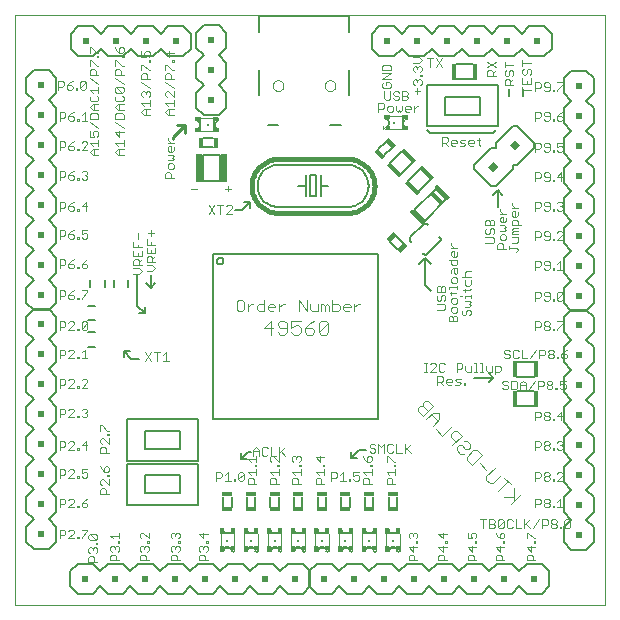
<source format=gto>
G75*
G70*
%OFA0B0*%
%FSLAX24Y24*%
%IPPOS*%
%LPD*%
%AMOC8*
5,1,8,0,0,1.08239X$1,22.5*
%
%ADD10C,0.0000*%
%ADD11C,0.0030*%
%ADD12C,0.0079*%
%ADD13C,0.0100*%
%ADD14C,0.0040*%
%ADD15C,0.0050*%
%ADD16C,0.0080*%
%ADD17R,0.0200X0.0200*%
%ADD18C,0.0060*%
%ADD19R,0.0140X0.0560*%
%ADD20R,0.0160X0.0340*%
%ADD21R,0.0240X0.0240*%
%ADD22R,0.0140X0.0500*%
%ADD23R,0.0120X0.0620*%
%ADD24R,0.0128X0.0197*%
%ADD25R,0.0059X0.0098*%
%ADD26R,0.0157X0.0069*%
%ADD27R,0.0079X0.0079*%
%ADD28R,0.0118X0.0118*%
%ADD29R,0.0128X0.0030*%
%ADD30R,0.0340X0.0160*%
%ADD31C,0.0160*%
%ADD32R,0.0197X0.0128*%
%ADD33R,0.0098X0.0059*%
%ADD34R,0.0069X0.0157*%
%ADD35R,0.0030X0.0128*%
%ADD36R,0.0200X0.0980*%
D10*
X001774Y000741D02*
X001774Y020426D01*
X021459Y020426D01*
X021459Y000741D01*
X001774Y000741D01*
X010377Y018063D02*
X010379Y018089D01*
X010385Y018115D01*
X010395Y018140D01*
X010408Y018163D01*
X010424Y018183D01*
X010444Y018201D01*
X010466Y018216D01*
X010489Y018228D01*
X010515Y018236D01*
X010541Y018240D01*
X010567Y018240D01*
X010593Y018236D01*
X010619Y018228D01*
X010643Y018216D01*
X010664Y018201D01*
X010684Y018183D01*
X010700Y018163D01*
X010713Y018140D01*
X010723Y018115D01*
X010729Y018089D01*
X010731Y018063D01*
X010729Y018037D01*
X010723Y018011D01*
X010713Y017986D01*
X010700Y017963D01*
X010684Y017943D01*
X010664Y017925D01*
X010642Y017910D01*
X010619Y017898D01*
X010593Y017890D01*
X010567Y017886D01*
X010541Y017886D01*
X010515Y017890D01*
X010489Y017898D01*
X010465Y017910D01*
X010444Y017925D01*
X010424Y017943D01*
X010408Y017963D01*
X010395Y017986D01*
X010385Y018011D01*
X010379Y018037D01*
X010377Y018063D01*
X012109Y018063D02*
X012111Y018089D01*
X012117Y018115D01*
X012127Y018140D01*
X012140Y018163D01*
X012156Y018183D01*
X012176Y018201D01*
X012198Y018216D01*
X012221Y018228D01*
X012247Y018236D01*
X012273Y018240D01*
X012299Y018240D01*
X012325Y018236D01*
X012351Y018228D01*
X012375Y018216D01*
X012396Y018201D01*
X012416Y018183D01*
X012432Y018163D01*
X012445Y018140D01*
X012455Y018115D01*
X012461Y018089D01*
X012463Y018063D01*
X012461Y018037D01*
X012455Y018011D01*
X012445Y017986D01*
X012432Y017963D01*
X012416Y017943D01*
X012396Y017925D01*
X012374Y017910D01*
X012351Y017898D01*
X012325Y017890D01*
X012299Y017886D01*
X012273Y017886D01*
X012247Y017890D01*
X012221Y017898D01*
X012197Y017910D01*
X012176Y017925D01*
X012156Y017943D01*
X012140Y017963D01*
X012127Y017986D01*
X012117Y018011D01*
X012111Y018037D01*
X012109Y018063D01*
D11*
X013895Y017483D02*
X013895Y017193D01*
X013895Y017289D02*
X014040Y017289D01*
X014089Y017338D01*
X014089Y017434D01*
X014040Y017483D01*
X013895Y017483D01*
X014092Y017635D02*
X014141Y017586D01*
X014237Y017586D01*
X014286Y017635D01*
X014286Y017877D01*
X014260Y017980D02*
X014308Y018028D01*
X014308Y018125D01*
X014260Y018173D01*
X014163Y018173D01*
X014163Y018077D01*
X014066Y018173D02*
X014018Y018125D01*
X014018Y018028D01*
X014066Y017980D01*
X014260Y017980D01*
X014092Y017877D02*
X014092Y017635D01*
X014238Y017386D02*
X014190Y017338D01*
X014190Y017241D01*
X014238Y017193D01*
X014335Y017193D01*
X014383Y017241D01*
X014383Y017338D01*
X014335Y017386D01*
X014238Y017386D01*
X014485Y017386D02*
X014485Y017241D01*
X014533Y017193D01*
X014581Y017241D01*
X014630Y017193D01*
X014678Y017241D01*
X014678Y017386D01*
X014779Y017338D02*
X014828Y017386D01*
X014924Y017386D01*
X014973Y017338D01*
X014973Y017289D01*
X014779Y017289D01*
X014779Y017241D02*
X014779Y017338D01*
X014779Y017241D02*
X014828Y017193D01*
X014924Y017193D01*
X015074Y017193D02*
X015074Y017386D01*
X015171Y017386D02*
X015219Y017386D01*
X015171Y017386D02*
X015074Y017289D01*
X014827Y017586D02*
X014681Y017586D01*
X014681Y017877D01*
X014827Y017877D01*
X014875Y017828D01*
X014875Y017780D01*
X014827Y017731D01*
X014681Y017731D01*
X014580Y017683D02*
X014580Y017635D01*
X014532Y017586D01*
X014435Y017586D01*
X014387Y017635D01*
X014435Y017731D02*
X014532Y017731D01*
X014580Y017683D01*
X014580Y017828D02*
X014532Y017877D01*
X014435Y017877D01*
X014387Y017828D01*
X014387Y017780D01*
X014435Y017731D01*
X014827Y017731D02*
X014875Y017683D01*
X014875Y017635D01*
X014827Y017586D01*
X015197Y017783D02*
X015197Y017977D01*
X015293Y017880D02*
X015100Y017880D01*
X015100Y018078D02*
X015051Y018126D01*
X015051Y018223D01*
X015100Y018271D01*
X015148Y018271D01*
X015197Y018223D01*
X015245Y018271D01*
X015293Y018271D01*
X015342Y018223D01*
X015342Y018126D01*
X015293Y018078D01*
X015197Y018175D02*
X015197Y018223D01*
X015293Y018372D02*
X015293Y018421D01*
X015342Y018421D01*
X015342Y018372D01*
X015293Y018372D01*
X015293Y018520D02*
X015342Y018568D01*
X015342Y018665D01*
X015293Y018713D01*
X015245Y018713D01*
X015197Y018665D01*
X015197Y018616D01*
X015197Y018665D02*
X015148Y018713D01*
X015100Y018713D01*
X015051Y018665D01*
X015051Y018568D01*
X015100Y018520D01*
X015051Y018814D02*
X015245Y018814D01*
X015342Y018911D01*
X015245Y019008D01*
X015051Y019008D01*
X015521Y018984D02*
X015714Y018984D01*
X015617Y018984D02*
X015617Y018693D01*
X015815Y018693D02*
X016009Y018984D01*
X015815Y018984D02*
X016009Y018693D01*
X017512Y018668D02*
X017802Y018862D01*
X017802Y018668D02*
X017512Y018862D01*
X017560Y018567D02*
X017657Y018567D01*
X017706Y018519D01*
X017706Y018374D01*
X017802Y018374D02*
X017512Y018374D01*
X017512Y018519D01*
X017560Y018567D01*
X017706Y018470D02*
X017802Y018567D01*
X018103Y018518D02*
X018103Y018421D01*
X018151Y018373D01*
X018199Y018373D01*
X018248Y018421D01*
X018248Y018518D01*
X018296Y018567D01*
X018345Y018567D01*
X018393Y018518D01*
X018393Y018421D01*
X018345Y018373D01*
X018393Y018421D01*
X018393Y018518D01*
X018345Y018567D01*
X018296Y018567D01*
X018248Y018518D01*
X018248Y018421D01*
X018199Y018373D01*
X018151Y018373D01*
X018103Y018421D01*
X018103Y018518D01*
X018151Y018567D01*
X018103Y018518D01*
X018103Y018668D02*
X018103Y018861D01*
X018103Y018668D01*
X018103Y018764D02*
X018393Y018764D01*
X018103Y018764D01*
X018693Y018716D02*
X018693Y018910D01*
X018693Y018813D02*
X018983Y018813D01*
X018935Y018615D02*
X018983Y018567D01*
X018983Y018470D01*
X018935Y018422D01*
X018838Y018470D02*
X018838Y018567D01*
X018887Y018615D01*
X018935Y018615D01*
X018838Y018470D02*
X018790Y018422D01*
X018742Y018422D01*
X018693Y018470D01*
X018693Y018567D01*
X018742Y018615D01*
X018693Y018320D02*
X018693Y018127D01*
X018983Y018127D01*
X018983Y018320D01*
X018838Y018224D02*
X018838Y018127D01*
X018693Y018026D02*
X018693Y017832D01*
X018693Y017929D02*
X018983Y017929D01*
X019112Y017882D02*
X019112Y018172D01*
X019257Y018172D01*
X019305Y018123D01*
X019305Y018027D01*
X019257Y017978D01*
X019112Y017978D01*
X019407Y017930D02*
X019455Y017882D01*
X019552Y017882D01*
X019600Y017930D01*
X019600Y018123D01*
X019552Y018172D01*
X019455Y018172D01*
X019407Y018123D01*
X019407Y018075D01*
X019455Y018027D01*
X019600Y018027D01*
X019701Y017930D02*
X019750Y017930D01*
X019750Y017882D01*
X019701Y017882D01*
X019701Y017930D01*
X019848Y017930D02*
X019848Y017882D01*
X019848Y017930D02*
X020042Y018123D01*
X020042Y018172D01*
X019848Y018172D01*
X020042Y017188D02*
X019945Y017139D01*
X019848Y017042D01*
X019994Y017042D01*
X020042Y016994D01*
X020042Y016946D01*
X019994Y016897D01*
X019897Y016897D01*
X019848Y016946D01*
X019848Y017042D01*
X019750Y016946D02*
X019750Y016897D01*
X019701Y016897D01*
X019701Y016946D01*
X019750Y016946D01*
X019600Y016946D02*
X019600Y017139D01*
X019552Y017188D01*
X019455Y017188D01*
X019407Y017139D01*
X019407Y017091D01*
X019455Y017042D01*
X019600Y017042D01*
X019600Y016946D02*
X019552Y016897D01*
X019455Y016897D01*
X019407Y016946D01*
X019305Y017042D02*
X019257Y016994D01*
X019112Y016994D01*
X019112Y016897D02*
X019112Y017188D01*
X019257Y017188D01*
X019305Y017139D01*
X019305Y017042D01*
X019257Y016154D02*
X019305Y016106D01*
X019305Y016009D01*
X019257Y015961D01*
X019112Y015961D01*
X019112Y015864D02*
X019112Y016154D01*
X019257Y016154D01*
X019407Y016106D02*
X019407Y016057D01*
X019455Y016009D01*
X019600Y016009D01*
X019600Y016106D02*
X019552Y016154D01*
X019455Y016154D01*
X019407Y016106D01*
X019600Y016106D02*
X019600Y015912D01*
X019552Y015864D01*
X019455Y015864D01*
X019407Y015912D01*
X019701Y015912D02*
X019750Y015912D01*
X019750Y015864D01*
X019701Y015864D01*
X019701Y015912D01*
X019848Y015912D02*
X019897Y015864D01*
X019994Y015864D01*
X020042Y015912D01*
X020042Y016009D01*
X019994Y016057D01*
X019945Y016057D01*
X019848Y016009D01*
X019848Y016154D01*
X020042Y016154D01*
X019994Y015170D02*
X019848Y015025D01*
X020042Y015025D01*
X019994Y014880D02*
X019994Y015170D01*
X019750Y014928D02*
X019750Y014880D01*
X019701Y014880D01*
X019701Y014928D01*
X019750Y014928D01*
X019600Y014928D02*
X019600Y015121D01*
X019552Y015170D01*
X019455Y015170D01*
X019407Y015121D01*
X019407Y015073D01*
X019455Y015025D01*
X019600Y015025D01*
X019600Y014928D02*
X019552Y014880D01*
X019455Y014880D01*
X019407Y014928D01*
X019305Y015025D02*
X019305Y015121D01*
X019257Y015170D01*
X019112Y015170D01*
X019112Y014880D01*
X019112Y014976D02*
X019257Y014976D01*
X019305Y015025D01*
X019257Y014186D02*
X019305Y014137D01*
X019305Y014040D01*
X019257Y013992D01*
X019112Y013992D01*
X019112Y013895D02*
X019112Y014186D01*
X019257Y014186D01*
X019407Y014137D02*
X019407Y014089D01*
X019455Y014040D01*
X019600Y014040D01*
X019600Y013944D02*
X019600Y014137D01*
X019552Y014186D01*
X019455Y014186D01*
X019407Y014137D01*
X019407Y013944D02*
X019455Y013895D01*
X019552Y013895D01*
X019600Y013944D01*
X019701Y013944D02*
X019750Y013944D01*
X019750Y013895D01*
X019701Y013895D01*
X019701Y013944D01*
X019848Y013944D02*
X019897Y013895D01*
X019994Y013895D01*
X020042Y013944D01*
X020042Y013992D01*
X019994Y014040D01*
X019945Y014040D01*
X019994Y014040D02*
X020042Y014089D01*
X020042Y014137D01*
X019994Y014186D01*
X019897Y014186D01*
X019848Y014137D01*
X019897Y013201D02*
X019848Y013153D01*
X019897Y013201D02*
X019994Y013201D01*
X020042Y013153D01*
X020042Y013105D01*
X019848Y012911D01*
X020042Y012911D01*
X019750Y012911D02*
X019701Y012911D01*
X019701Y012959D01*
X019750Y012959D01*
X019750Y012911D01*
X019600Y012959D02*
X019600Y013153D01*
X019552Y013201D01*
X019455Y013201D01*
X019407Y013153D01*
X019407Y013105D01*
X019455Y013056D01*
X019600Y013056D01*
X019600Y012959D02*
X019552Y012911D01*
X019455Y012911D01*
X019407Y012959D01*
X019305Y013056D02*
X019305Y013153D01*
X019257Y013201D01*
X019112Y013201D01*
X019112Y012911D01*
X019112Y013008D02*
X019257Y013008D01*
X019305Y013056D01*
X018637Y013401D02*
X018347Y013401D01*
X018347Y013546D01*
X018395Y013595D01*
X018492Y013595D01*
X018541Y013546D01*
X018541Y013401D01*
X018541Y013300D02*
X018395Y013300D01*
X018347Y013252D01*
X018395Y013203D01*
X018541Y013203D01*
X018541Y013107D02*
X018347Y013107D01*
X018347Y013155D01*
X018395Y013203D01*
X018347Y013006D02*
X018541Y013006D01*
X018541Y012860D01*
X018492Y012812D01*
X018347Y012812D01*
X018250Y012711D02*
X018250Y012614D01*
X018250Y012662D02*
X018492Y012662D01*
X018541Y012614D01*
X018541Y012566D01*
X018492Y012517D01*
X018147Y012616D02*
X017857Y012616D01*
X017857Y012761D01*
X017905Y012809D01*
X018002Y012809D01*
X018050Y012761D01*
X018050Y012616D01*
X017753Y012861D02*
X017753Y012958D01*
X017705Y013006D01*
X017463Y013006D01*
X017511Y013107D02*
X017560Y013107D01*
X017608Y013156D01*
X017608Y013252D01*
X017656Y013301D01*
X017705Y013301D01*
X017753Y013252D01*
X017753Y013156D01*
X017705Y013107D01*
X017511Y013107D02*
X017463Y013156D01*
X017463Y013252D01*
X017511Y013301D01*
X017463Y013402D02*
X017463Y013547D01*
X017511Y013595D01*
X017560Y013595D01*
X017608Y013547D01*
X017608Y013402D01*
X017608Y013547D02*
X017656Y013595D01*
X017705Y013595D01*
X017753Y013547D01*
X017753Y013402D01*
X017463Y013402D01*
X017953Y013399D02*
X018098Y013399D01*
X018147Y013350D01*
X018098Y013302D01*
X018147Y013253D01*
X018098Y013205D01*
X017953Y013205D01*
X018002Y013104D02*
X017953Y013056D01*
X017953Y012959D01*
X018002Y012910D01*
X018098Y012910D01*
X018147Y012959D01*
X018147Y013056D01*
X018098Y013104D01*
X018002Y013104D01*
X017753Y012861D02*
X017705Y012813D01*
X017463Y012813D01*
X018002Y013500D02*
X017953Y013548D01*
X017953Y013645D01*
X018002Y013693D01*
X018050Y013693D01*
X018050Y013500D01*
X018098Y013500D02*
X018002Y013500D01*
X018098Y013500D02*
X018147Y013548D01*
X018147Y013645D01*
X018147Y013794D02*
X017953Y013794D01*
X018050Y013794D02*
X017953Y013891D01*
X017953Y013940D01*
X018347Y013991D02*
X018541Y013991D01*
X018444Y013991D02*
X018347Y014087D01*
X018347Y014136D01*
X018395Y013889D02*
X018444Y013889D01*
X018444Y013696D01*
X018492Y013696D02*
X018395Y013696D01*
X018347Y013744D01*
X018347Y013841D01*
X018395Y013889D01*
X018541Y013841D02*
X018541Y013744D01*
X018492Y013696D01*
X019112Y012217D02*
X019257Y012217D01*
X019305Y012169D01*
X019305Y012072D01*
X019257Y012024D01*
X019112Y012024D01*
X019112Y011927D02*
X019112Y012217D01*
X019407Y012169D02*
X019407Y012120D01*
X019455Y012072D01*
X019600Y012072D01*
X019600Y012169D02*
X019552Y012217D01*
X019455Y012217D01*
X019407Y012169D01*
X019600Y012169D02*
X019600Y011975D01*
X019552Y011927D01*
X019455Y011927D01*
X019407Y011975D01*
X019701Y011975D02*
X019750Y011975D01*
X019750Y011927D01*
X019701Y011927D01*
X019701Y011975D01*
X019848Y011927D02*
X020042Y011927D01*
X019945Y011927D02*
X019945Y012217D01*
X019848Y012120D01*
X019897Y011184D02*
X019994Y011184D01*
X020042Y011135D01*
X019848Y010942D01*
X019897Y010893D01*
X019994Y010893D01*
X020042Y010942D01*
X020042Y011135D01*
X019897Y011184D02*
X019848Y011135D01*
X019848Y010942D01*
X019750Y010942D02*
X019750Y010893D01*
X019701Y010893D01*
X019701Y010942D01*
X019750Y010942D01*
X019600Y010942D02*
X019600Y011135D01*
X019552Y011184D01*
X019455Y011184D01*
X019407Y011135D01*
X019407Y011087D01*
X019455Y011038D01*
X019600Y011038D01*
X019600Y010942D02*
X019552Y010893D01*
X019455Y010893D01*
X019407Y010942D01*
X019305Y011038D02*
X019257Y010990D01*
X019112Y010990D01*
X019112Y010893D02*
X019112Y011184D01*
X019257Y011184D01*
X019305Y011135D01*
X019305Y011038D01*
X019257Y010199D02*
X019305Y010151D01*
X019305Y010054D01*
X019257Y010006D01*
X019112Y010006D01*
X019112Y009909D02*
X019112Y010199D01*
X019257Y010199D01*
X019407Y010151D02*
X019407Y010103D01*
X019455Y010054D01*
X019552Y010054D01*
X019600Y010006D01*
X019600Y009957D01*
X019552Y009909D01*
X019455Y009909D01*
X019407Y009957D01*
X019407Y010006D01*
X019455Y010054D01*
X019552Y010054D02*
X019600Y010103D01*
X019600Y010151D01*
X019552Y010199D01*
X019455Y010199D01*
X019407Y010151D01*
X019701Y009957D02*
X019750Y009957D01*
X019750Y009909D01*
X019701Y009909D01*
X019701Y009957D01*
X019848Y009957D02*
X019848Y009909D01*
X019848Y009957D02*
X020042Y010151D01*
X020042Y010199D01*
X019848Y010199D01*
X019697Y009264D02*
X019600Y009264D01*
X019552Y009216D01*
X019552Y009168D01*
X019600Y009119D01*
X019697Y009119D01*
X019745Y009071D01*
X019745Y009022D01*
X019697Y008974D01*
X019600Y008974D01*
X019552Y009022D01*
X019552Y009071D01*
X019600Y009119D01*
X019697Y009119D02*
X019745Y009168D01*
X019745Y009216D01*
X019697Y009264D01*
X019450Y009216D02*
X019450Y009119D01*
X019402Y009071D01*
X019257Y009071D01*
X019257Y008974D02*
X019257Y009264D01*
X019402Y009264D01*
X019450Y009216D01*
X019156Y009264D02*
X018962Y008974D01*
X018861Y008974D02*
X018668Y008974D01*
X018668Y009264D01*
X018567Y009216D02*
X018518Y009264D01*
X018421Y009264D01*
X018373Y009216D01*
X018373Y009022D01*
X018421Y008974D01*
X018518Y008974D01*
X018567Y009022D01*
X018272Y009022D02*
X018272Y009071D01*
X018224Y009119D01*
X018127Y009119D01*
X018078Y009168D01*
X018078Y009216D01*
X018127Y009264D01*
X018224Y009264D01*
X018272Y009216D01*
X018272Y009022D02*
X018224Y008974D01*
X018127Y008974D01*
X018078Y009022D01*
X017923Y008725D02*
X017778Y008725D01*
X017778Y008434D01*
X017778Y008531D02*
X017923Y008531D01*
X017972Y008580D01*
X017972Y008676D01*
X017923Y008725D01*
X017677Y008725D02*
X017677Y008531D01*
X017532Y008531D01*
X017483Y008580D01*
X017483Y008725D01*
X017335Y008821D02*
X017287Y008821D01*
X017335Y008821D02*
X017335Y008531D01*
X017287Y008531D02*
X017384Y008531D01*
X017187Y008531D02*
X017091Y008531D01*
X017139Y008531D02*
X017139Y008821D01*
X017091Y008821D01*
X016989Y008725D02*
X016989Y008531D01*
X016844Y008531D01*
X016796Y008580D01*
X016796Y008725D01*
X016695Y008773D02*
X016646Y008821D01*
X016501Y008821D01*
X016501Y008531D01*
X016501Y008628D02*
X016646Y008628D01*
X016695Y008676D01*
X016695Y008773D01*
X016647Y008282D02*
X016501Y008282D01*
X016453Y008233D01*
X016501Y008185D01*
X016598Y008185D01*
X016647Y008137D01*
X016598Y008088D01*
X016453Y008088D01*
X016352Y008185D02*
X016158Y008185D01*
X016158Y008233D02*
X016207Y008282D01*
X016304Y008282D01*
X016352Y008233D01*
X016352Y008185D01*
X016304Y008088D02*
X016207Y008088D01*
X016158Y008137D01*
X016158Y008233D01*
X016057Y008233D02*
X016009Y008185D01*
X015864Y008185D01*
X015961Y008185D02*
X016057Y008088D01*
X016057Y008233D02*
X016057Y008330D01*
X016009Y008378D01*
X015864Y008378D01*
X015864Y008088D01*
X015811Y008531D02*
X015617Y008531D01*
X015811Y008725D01*
X015811Y008773D01*
X015762Y008821D01*
X015666Y008821D01*
X015617Y008773D01*
X015518Y008821D02*
X015421Y008821D01*
X015469Y008821D02*
X015469Y008531D01*
X015421Y008531D02*
X015518Y008531D01*
X015912Y008580D02*
X015960Y008531D01*
X016057Y008531D01*
X016105Y008580D01*
X015912Y008580D02*
X015912Y008773D01*
X015960Y008821D01*
X016057Y008821D01*
X016105Y008773D01*
X016748Y008137D02*
X016796Y008137D01*
X016796Y008088D01*
X016748Y008088D01*
X016748Y008137D01*
X018029Y008134D02*
X018078Y008086D01*
X018174Y008086D01*
X018223Y008037D01*
X018223Y007989D01*
X018174Y007941D01*
X018078Y007941D01*
X018029Y007989D01*
X018029Y008134D02*
X018029Y008182D01*
X018078Y008231D01*
X018174Y008231D01*
X018223Y008182D01*
X018324Y008231D02*
X018469Y008231D01*
X018517Y008182D01*
X018517Y007989D01*
X018469Y007941D01*
X018324Y007941D01*
X018324Y008231D01*
X018618Y008134D02*
X018715Y008231D01*
X018812Y008134D01*
X018812Y007941D01*
X018913Y007941D02*
X019107Y008231D01*
X019208Y008231D02*
X019353Y008231D01*
X019401Y008182D01*
X019401Y008086D01*
X019353Y008037D01*
X019208Y008037D01*
X019208Y007941D02*
X019208Y008231D01*
X019502Y008182D02*
X019502Y008134D01*
X019551Y008086D01*
X019648Y008086D01*
X019696Y008037D01*
X019696Y007989D01*
X019648Y007941D01*
X019551Y007941D01*
X019502Y007989D01*
X019502Y008037D01*
X019551Y008086D01*
X019648Y008086D02*
X019696Y008134D01*
X019696Y008182D01*
X019648Y008231D01*
X019551Y008231D01*
X019502Y008182D01*
X019797Y007989D02*
X019845Y007989D01*
X019845Y007941D01*
X019797Y007941D01*
X019797Y007989D01*
X019944Y007989D02*
X019993Y007941D01*
X020090Y007941D01*
X020138Y007989D01*
X020138Y008086D01*
X020090Y008134D01*
X020041Y008134D01*
X019944Y008086D01*
X019944Y008231D01*
X020138Y008231D01*
X020139Y008974D02*
X020187Y009022D01*
X020187Y009071D01*
X020139Y009119D01*
X019994Y009119D01*
X019994Y009022D01*
X020042Y008974D01*
X020139Y008974D01*
X019994Y009119D02*
X020090Y009216D01*
X020187Y009264D01*
X019895Y009022D02*
X019895Y008974D01*
X019846Y008974D01*
X019846Y009022D01*
X019895Y009022D01*
X018812Y008086D02*
X018618Y008086D01*
X018618Y008134D02*
X018618Y007941D01*
X019112Y007197D02*
X019257Y007197D01*
X019305Y007149D01*
X019305Y007052D01*
X019257Y007004D01*
X019112Y007004D01*
X019112Y006907D02*
X019112Y007197D01*
X019407Y007149D02*
X019407Y007101D01*
X019455Y007052D01*
X019552Y007052D01*
X019600Y007004D01*
X019600Y006955D01*
X019552Y006907D01*
X019455Y006907D01*
X019407Y006955D01*
X019407Y007004D01*
X019455Y007052D01*
X019552Y007052D02*
X019600Y007101D01*
X019600Y007149D01*
X019552Y007197D01*
X019455Y007197D01*
X019407Y007149D01*
X019701Y006955D02*
X019750Y006955D01*
X019750Y006907D01*
X019701Y006907D01*
X019701Y006955D01*
X019848Y007052D02*
X020042Y007052D01*
X019994Y006907D02*
X019994Y007197D01*
X019848Y007052D01*
X019897Y006213D02*
X019994Y006213D01*
X020042Y006165D01*
X020042Y006116D01*
X019994Y006068D01*
X020042Y006020D01*
X020042Y005971D01*
X019994Y005923D01*
X019897Y005923D01*
X019848Y005971D01*
X019750Y005971D02*
X019750Y005923D01*
X019701Y005923D01*
X019701Y005971D01*
X019750Y005971D01*
X019600Y005971D02*
X019552Y005923D01*
X019455Y005923D01*
X019407Y005971D01*
X019407Y006020D01*
X019455Y006068D01*
X019552Y006068D01*
X019600Y006020D01*
X019600Y005971D01*
X019552Y006068D02*
X019600Y006116D01*
X019600Y006165D01*
X019552Y006213D01*
X019455Y006213D01*
X019407Y006165D01*
X019407Y006116D01*
X019455Y006068D01*
X019305Y006068D02*
X019257Y006020D01*
X019112Y006020D01*
X019112Y005923D02*
X019112Y006213D01*
X019257Y006213D01*
X019305Y006165D01*
X019305Y006068D01*
X019848Y006165D02*
X019897Y006213D01*
X019945Y006068D02*
X019994Y006068D01*
X019994Y005180D02*
X019897Y005180D01*
X019848Y005131D01*
X019994Y005180D02*
X020042Y005131D01*
X020042Y005083D01*
X019848Y004889D01*
X020042Y004889D01*
X019750Y004889D02*
X019701Y004889D01*
X019701Y004938D01*
X019750Y004938D01*
X019750Y004889D01*
X019600Y004938D02*
X019600Y004986D01*
X019552Y005035D01*
X019455Y005035D01*
X019407Y005083D01*
X019407Y005131D01*
X019455Y005180D01*
X019552Y005180D01*
X019600Y005131D01*
X019600Y005083D01*
X019552Y005035D01*
X019455Y005035D02*
X019407Y004986D01*
X019407Y004938D01*
X019455Y004889D01*
X019552Y004889D01*
X019600Y004938D01*
X019305Y005035D02*
X019257Y004986D01*
X019112Y004986D01*
X019112Y004889D02*
X019112Y005180D01*
X019257Y005180D01*
X019305Y005131D01*
X019305Y005035D01*
X019257Y004294D02*
X019305Y004245D01*
X019305Y004149D01*
X019257Y004100D01*
X019112Y004100D01*
X019112Y004004D02*
X019112Y004294D01*
X019257Y004294D01*
X019407Y004245D02*
X019407Y004197D01*
X019455Y004149D01*
X019552Y004149D01*
X019600Y004100D01*
X019600Y004052D01*
X019552Y004004D01*
X019455Y004004D01*
X019407Y004052D01*
X019407Y004100D01*
X019455Y004149D01*
X019552Y004149D02*
X019600Y004197D01*
X019600Y004245D01*
X019552Y004294D01*
X019455Y004294D01*
X019407Y004245D01*
X019701Y004052D02*
X019750Y004052D01*
X019750Y004004D01*
X019701Y004004D01*
X019701Y004052D01*
X019848Y004004D02*
X020042Y004004D01*
X019945Y004004D02*
X019945Y004294D01*
X019848Y004197D01*
X019793Y003605D02*
X019842Y003556D01*
X019842Y003508D01*
X019793Y003460D01*
X019697Y003460D01*
X019648Y003508D01*
X019648Y003556D01*
X019697Y003605D01*
X019793Y003605D01*
X019793Y003460D02*
X019842Y003411D01*
X019842Y003363D01*
X019793Y003315D01*
X019697Y003315D01*
X019648Y003363D01*
X019648Y003411D01*
X019697Y003460D01*
X019547Y003460D02*
X019499Y003411D01*
X019354Y003411D01*
X019354Y003315D02*
X019354Y003605D01*
X019499Y003605D01*
X019547Y003556D01*
X019547Y003460D01*
X019252Y003605D02*
X019059Y003315D01*
X018958Y003315D02*
X018813Y003460D01*
X018764Y003411D02*
X018958Y003605D01*
X018764Y003605D02*
X018764Y003315D01*
X018663Y003315D02*
X018470Y003315D01*
X018470Y003605D01*
X018368Y003556D02*
X018320Y003605D01*
X018223Y003605D01*
X018175Y003556D01*
X018175Y003363D01*
X018223Y003315D01*
X018320Y003315D01*
X018368Y003363D01*
X018074Y003363D02*
X018074Y003556D01*
X017880Y003363D01*
X017929Y003315D01*
X018025Y003315D01*
X018074Y003363D01*
X018074Y003556D02*
X018025Y003605D01*
X017929Y003605D01*
X017880Y003556D01*
X017880Y003363D01*
X017779Y003363D02*
X017731Y003315D01*
X017586Y003315D01*
X017586Y003605D01*
X017731Y003605D01*
X017779Y003556D01*
X017779Y003508D01*
X017731Y003460D01*
X017586Y003460D01*
X017731Y003460D02*
X017779Y003411D01*
X017779Y003363D01*
X017807Y003162D02*
X017856Y003065D01*
X017952Y002969D01*
X017952Y003114D01*
X018001Y003162D01*
X018049Y003162D01*
X018098Y003114D01*
X018098Y003017D01*
X018049Y002969D01*
X017952Y002969D01*
X018049Y002870D02*
X018098Y002870D01*
X018098Y002821D01*
X018049Y002821D01*
X018049Y002870D01*
X017952Y002720D02*
X017952Y002527D01*
X017807Y002672D01*
X018098Y002672D01*
X017952Y002425D02*
X017856Y002425D01*
X017807Y002377D01*
X017807Y002232D01*
X018098Y002232D01*
X018001Y002232D02*
X018001Y002377D01*
X017952Y002425D01*
X017163Y002232D02*
X016872Y002232D01*
X016872Y002377D01*
X016921Y002425D01*
X017017Y002425D01*
X017066Y002377D01*
X017066Y002232D01*
X017017Y002527D02*
X017017Y002720D01*
X017114Y002821D02*
X017114Y002870D01*
X017163Y002870D01*
X017163Y002821D01*
X017114Y002821D01*
X017114Y002969D02*
X017163Y003017D01*
X017163Y003114D01*
X017114Y003162D01*
X017017Y003162D01*
X016969Y003114D01*
X016969Y003065D01*
X017017Y002969D01*
X016872Y002969D01*
X016872Y003162D01*
X016872Y002672D02*
X017017Y002527D01*
X017163Y002672D02*
X016872Y002672D01*
X016178Y002672D02*
X015888Y002672D01*
X016033Y002527D01*
X016033Y002720D01*
X016130Y002821D02*
X016130Y002870D01*
X016178Y002870D01*
X016178Y002821D01*
X016130Y002821D01*
X016033Y002969D02*
X016033Y003162D01*
X015888Y003114D02*
X016033Y002969D01*
X016178Y003114D02*
X015888Y003114D01*
X015936Y002425D02*
X016033Y002425D01*
X016082Y002377D01*
X016082Y002232D01*
X016178Y002232D02*
X015888Y002232D01*
X015888Y002377D01*
X015936Y002425D01*
X015194Y002232D02*
X014904Y002232D01*
X014904Y002377D01*
X014952Y002425D01*
X015049Y002425D01*
X015097Y002377D01*
X015097Y002232D01*
X015049Y002527D02*
X015049Y002720D01*
X015146Y002821D02*
X015146Y002870D01*
X015194Y002870D01*
X015194Y002821D01*
X015146Y002821D01*
X015146Y002969D02*
X015194Y003017D01*
X015194Y003114D01*
X015146Y003162D01*
X015097Y003162D01*
X015049Y003114D01*
X015049Y003065D01*
X015049Y003114D02*
X015001Y003162D01*
X014952Y003162D01*
X014904Y003114D01*
X014904Y003017D01*
X014952Y002969D01*
X014904Y002672D02*
X015049Y002527D01*
X015194Y002672D02*
X014904Y002672D01*
X017291Y003605D02*
X017484Y003605D01*
X017388Y003605D02*
X017388Y003315D01*
X018841Y003162D02*
X018841Y002969D01*
X018841Y003162D02*
X018889Y003162D01*
X019083Y002969D01*
X019131Y002969D01*
X019131Y002870D02*
X019131Y002821D01*
X019083Y002821D01*
X019083Y002870D01*
X019131Y002870D01*
X019131Y002672D02*
X018841Y002672D01*
X018986Y002527D01*
X018986Y002720D01*
X018986Y002425D02*
X019034Y002377D01*
X019034Y002232D01*
X019131Y002232D02*
X018841Y002232D01*
X018841Y002377D01*
X018889Y002425D01*
X018986Y002425D01*
X019943Y003315D02*
X019991Y003315D01*
X019991Y003363D01*
X019943Y003363D01*
X019943Y003315D01*
X020090Y003363D02*
X020284Y003556D01*
X020284Y003363D01*
X020235Y003315D01*
X020139Y003315D01*
X020090Y003363D01*
X020090Y003556D01*
X020139Y003605D01*
X020235Y003605D01*
X020284Y003556D01*
X014972Y005824D02*
X014827Y005970D01*
X014779Y005921D02*
X014972Y006115D01*
X014779Y006115D02*
X014779Y005824D01*
X014677Y005824D02*
X014484Y005824D01*
X014484Y006115D01*
X014383Y006066D02*
X014334Y006115D01*
X014238Y006115D01*
X014189Y006066D01*
X014189Y005873D01*
X014238Y005824D01*
X014334Y005824D01*
X014383Y005873D01*
X014214Y005721D02*
X014407Y005528D01*
X014456Y005528D01*
X014456Y005429D02*
X014456Y005380D01*
X014407Y005380D01*
X014407Y005429D01*
X014456Y005429D01*
X014456Y005279D02*
X014456Y005086D01*
X014456Y005182D02*
X014166Y005182D01*
X014262Y005086D01*
X014214Y004984D02*
X014311Y004984D01*
X014359Y004936D01*
X014359Y004791D01*
X014456Y004791D02*
X014166Y004791D01*
X014166Y004936D01*
X014214Y004984D01*
X014166Y005528D02*
X014166Y005721D01*
X014214Y005721D01*
X014088Y005824D02*
X014088Y006115D01*
X013991Y006018D01*
X013895Y006115D01*
X013895Y005824D01*
X013794Y005873D02*
X013745Y005824D01*
X013648Y005824D01*
X013600Y005873D01*
X013648Y005970D02*
X013745Y005970D01*
X013794Y005921D01*
X013794Y005873D01*
X013648Y005970D02*
X013600Y006018D01*
X013600Y006066D01*
X013648Y006115D01*
X013745Y006115D01*
X013794Y006066D01*
X013620Y005721D02*
X013572Y005721D01*
X013523Y005673D01*
X013523Y005528D01*
X013620Y005528D01*
X013668Y005576D01*
X013668Y005673D01*
X013620Y005721D01*
X013427Y005624D02*
X013523Y005528D01*
X013427Y005624D02*
X013378Y005721D01*
X013620Y005429D02*
X013668Y005429D01*
X013668Y005380D01*
X013620Y005380D01*
X013620Y005429D01*
X013668Y005279D02*
X013668Y005086D01*
X013668Y005182D02*
X013378Y005182D01*
X013475Y005086D01*
X013523Y004984D02*
X013572Y004936D01*
X013572Y004791D01*
X013668Y004791D02*
X013378Y004791D01*
X013378Y004936D01*
X013427Y004984D01*
X013523Y004984D01*
X013251Y004938D02*
X013202Y004889D01*
X013106Y004889D01*
X013057Y004938D01*
X013057Y005035D02*
X013154Y005083D01*
X013202Y005083D01*
X013251Y005035D01*
X013251Y004938D01*
X013057Y005035D02*
X013057Y005180D01*
X013251Y005180D01*
X012712Y005180D02*
X012712Y004889D01*
X012615Y004889D02*
X012809Y004889D01*
X012910Y004889D02*
X012958Y004889D01*
X012958Y004938D01*
X012910Y004938D01*
X012910Y004889D01*
X012712Y005180D02*
X012615Y005083D01*
X012514Y005131D02*
X012514Y005035D01*
X012466Y004986D01*
X012321Y004986D01*
X012321Y004889D02*
X012321Y005180D01*
X012466Y005180D01*
X012514Y005131D01*
X012094Y005086D02*
X012094Y005279D01*
X012094Y005182D02*
X011803Y005182D01*
X011900Y005086D01*
X011852Y004984D02*
X011949Y004984D01*
X011997Y004936D01*
X011997Y004791D01*
X012094Y004791D02*
X011803Y004791D01*
X011803Y004936D01*
X011852Y004984D01*
X012045Y005380D02*
X012045Y005429D01*
X012094Y005429D01*
X012094Y005380D01*
X012045Y005380D01*
X011949Y005528D02*
X011949Y005721D01*
X012094Y005673D02*
X011803Y005673D01*
X011949Y005528D01*
X011306Y005576D02*
X011258Y005528D01*
X011306Y005576D02*
X011306Y005673D01*
X011258Y005721D01*
X011210Y005721D01*
X011161Y005673D01*
X011161Y005624D01*
X011161Y005673D02*
X011113Y005721D01*
X011064Y005721D01*
X011016Y005673D01*
X011016Y005576D01*
X011064Y005528D01*
X011258Y005429D02*
X011306Y005429D01*
X011306Y005380D01*
X011258Y005380D01*
X011258Y005429D01*
X011306Y005279D02*
X011306Y005086D01*
X011306Y005182D02*
X011016Y005182D01*
X011113Y005086D01*
X011161Y004984D02*
X011210Y004936D01*
X011210Y004791D01*
X011306Y004791D02*
X011016Y004791D01*
X011016Y004936D01*
X011064Y004984D01*
X011161Y004984D01*
X010568Y005086D02*
X010568Y005279D01*
X010568Y005182D02*
X010278Y005182D01*
X010375Y005086D01*
X010423Y004984D02*
X010326Y004984D01*
X010278Y004936D01*
X010278Y004791D01*
X010568Y004791D01*
X010471Y004791D02*
X010471Y004936D01*
X010423Y004984D01*
X010520Y005380D02*
X010520Y005429D01*
X010568Y005429D01*
X010568Y005380D01*
X010520Y005380D01*
X010568Y005528D02*
X010375Y005721D01*
X010326Y005721D01*
X010278Y005673D01*
X010278Y005576D01*
X010326Y005528D01*
X010302Y005726D02*
X010495Y005726D01*
X010568Y005721D02*
X010568Y005528D01*
X010596Y005726D02*
X010596Y006016D01*
X010645Y005871D02*
X010790Y005726D01*
X010596Y005823D02*
X010790Y006016D01*
X010302Y006016D02*
X010302Y005726D01*
X010200Y005774D02*
X010152Y005726D01*
X010055Y005726D01*
X010007Y005774D01*
X010007Y005968D01*
X010055Y006016D01*
X010152Y006016D01*
X010200Y005968D01*
X009906Y005920D02*
X009906Y005726D01*
X009830Y005721D02*
X009830Y005528D01*
X009830Y005624D02*
X009540Y005624D01*
X009636Y005528D01*
X009782Y005429D02*
X009830Y005429D01*
X009830Y005380D01*
X009782Y005380D01*
X009782Y005429D01*
X009830Y005279D02*
X009830Y005086D01*
X009830Y005182D02*
X009540Y005182D01*
X009636Y005086D01*
X009588Y004984D02*
X009685Y004984D01*
X009733Y004936D01*
X009733Y004791D01*
X009830Y004791D02*
X009540Y004791D01*
X009540Y004936D01*
X009588Y004984D01*
X009412Y004938D02*
X009364Y004889D01*
X009267Y004889D01*
X009219Y004938D01*
X009412Y005131D01*
X009412Y004938D01*
X009412Y005131D02*
X009364Y005180D01*
X009267Y005180D01*
X009219Y005131D01*
X009219Y004938D01*
X009120Y004938D02*
X009120Y004889D01*
X009071Y004889D01*
X009071Y004938D01*
X009120Y004938D01*
X008970Y004889D02*
X008777Y004889D01*
X008873Y004889D02*
X008873Y005180D01*
X008777Y005083D01*
X008675Y005131D02*
X008675Y005035D01*
X008627Y004986D01*
X008482Y004986D01*
X008482Y004889D02*
X008482Y005180D01*
X008627Y005180D01*
X008675Y005131D01*
X009712Y005726D02*
X009712Y005920D01*
X009809Y006016D01*
X009906Y005920D01*
X009906Y005871D02*
X009712Y005871D01*
X008206Y003114D02*
X007916Y003114D01*
X008061Y002969D01*
X008061Y003162D01*
X008157Y002870D02*
X008206Y002870D01*
X008206Y002821D01*
X008157Y002821D01*
X008157Y002870D01*
X008157Y002720D02*
X008206Y002672D01*
X008206Y002575D01*
X008157Y002527D01*
X008061Y002623D02*
X008061Y002672D01*
X008109Y002720D01*
X008157Y002720D01*
X008061Y002672D02*
X008012Y002720D01*
X007964Y002720D01*
X007916Y002672D01*
X007916Y002575D01*
X007964Y002527D01*
X007964Y002425D02*
X008061Y002425D01*
X008109Y002377D01*
X008109Y002232D01*
X008206Y002232D02*
X007916Y002232D01*
X007916Y002377D01*
X007964Y002425D01*
X007271Y002575D02*
X007222Y002527D01*
X007271Y002575D02*
X007271Y002672D01*
X007222Y002720D01*
X007174Y002720D01*
X007126Y002672D01*
X007126Y002623D01*
X007126Y002672D02*
X007077Y002720D01*
X007029Y002720D01*
X006981Y002672D01*
X006981Y002575D01*
X007029Y002527D01*
X007029Y002425D02*
X007126Y002425D01*
X007174Y002377D01*
X007174Y002232D01*
X007271Y002232D02*
X006981Y002232D01*
X006981Y002377D01*
X007029Y002425D01*
X007222Y002821D02*
X007222Y002870D01*
X007271Y002870D01*
X007271Y002821D01*
X007222Y002821D01*
X007222Y002969D02*
X007271Y003017D01*
X007271Y003114D01*
X007222Y003162D01*
X007174Y003162D01*
X007126Y003114D01*
X007126Y003065D01*
X007126Y003114D02*
X007077Y003162D01*
X007029Y003162D01*
X006981Y003114D01*
X006981Y003017D01*
X007029Y002969D01*
X006237Y002969D02*
X006044Y003162D01*
X005995Y003162D01*
X005947Y003114D01*
X005947Y003017D01*
X005995Y002969D01*
X006189Y002870D02*
X006237Y002870D01*
X006237Y002821D01*
X006189Y002821D01*
X006189Y002870D01*
X006237Y002969D02*
X006237Y003162D01*
X006189Y002720D02*
X006237Y002672D01*
X006237Y002575D01*
X006189Y002527D01*
X006092Y002623D02*
X006092Y002672D01*
X006141Y002720D01*
X006189Y002720D01*
X006092Y002672D02*
X006044Y002720D01*
X005995Y002720D01*
X005947Y002672D01*
X005947Y002575D01*
X005995Y002527D01*
X005995Y002425D02*
X006092Y002425D01*
X006141Y002377D01*
X006141Y002232D01*
X006237Y002232D02*
X005947Y002232D01*
X005947Y002377D01*
X005995Y002425D01*
X005253Y002575D02*
X005205Y002527D01*
X005253Y002575D02*
X005253Y002672D01*
X005205Y002720D01*
X005156Y002720D01*
X005108Y002672D01*
X005108Y002623D01*
X005108Y002672D02*
X005060Y002720D01*
X005011Y002720D01*
X004963Y002672D01*
X004963Y002575D01*
X005011Y002527D01*
X005011Y002425D02*
X005108Y002425D01*
X005156Y002377D01*
X005156Y002232D01*
X005253Y002232D02*
X004963Y002232D01*
X004963Y002377D01*
X005011Y002425D01*
X005205Y002821D02*
X005205Y002870D01*
X005253Y002870D01*
X005253Y002821D01*
X005205Y002821D01*
X005253Y002969D02*
X005253Y003162D01*
X005253Y003065D02*
X004963Y003065D01*
X005060Y002969D01*
X004515Y002968D02*
X004467Y002919D01*
X004273Y003113D01*
X004467Y003113D01*
X004515Y003064D01*
X004515Y002968D01*
X004467Y002919D02*
X004273Y002919D01*
X004225Y002968D01*
X004225Y003064D01*
X004273Y003113D01*
X004196Y003212D02*
X004002Y003018D01*
X004002Y002970D01*
X003903Y002970D02*
X003855Y002970D01*
X003855Y003018D01*
X003903Y003018D01*
X003903Y002970D01*
X003754Y002970D02*
X003560Y002970D01*
X003754Y003164D01*
X003754Y003212D01*
X003705Y003260D01*
X003608Y003260D01*
X003560Y003212D01*
X003459Y003212D02*
X003411Y003260D01*
X003265Y003260D01*
X003265Y002970D01*
X003265Y003067D02*
X003411Y003067D01*
X003459Y003115D01*
X003459Y003212D01*
X004002Y003260D02*
X004196Y003260D01*
X004196Y003212D01*
X004467Y002820D02*
X004515Y002820D01*
X004515Y002772D01*
X004467Y002772D01*
X004467Y002820D01*
X004467Y002671D02*
X004515Y002622D01*
X004515Y002526D01*
X004467Y002477D01*
X004370Y002574D02*
X004370Y002622D01*
X004418Y002671D01*
X004467Y002671D01*
X004370Y002622D02*
X004321Y002671D01*
X004273Y002671D01*
X004225Y002622D01*
X004225Y002526D01*
X004273Y002477D01*
X004273Y002376D02*
X004370Y002376D01*
X004418Y002328D01*
X004418Y002183D01*
X004515Y002183D02*
X004225Y002183D01*
X004225Y002328D01*
X004273Y002376D01*
X004147Y004004D02*
X004196Y004052D01*
X004196Y004100D01*
X004147Y004149D01*
X004002Y004149D01*
X004002Y004052D01*
X004050Y004004D01*
X004147Y004004D01*
X004002Y004149D02*
X004099Y004245D01*
X004196Y004294D01*
X003903Y004052D02*
X003903Y004004D01*
X003855Y004004D01*
X003855Y004052D01*
X003903Y004052D01*
X003754Y004004D02*
X003560Y004004D01*
X003754Y004197D01*
X003754Y004245D01*
X003705Y004294D01*
X003608Y004294D01*
X003560Y004245D01*
X003459Y004245D02*
X003459Y004149D01*
X003411Y004100D01*
X003265Y004100D01*
X003265Y004004D02*
X003265Y004294D01*
X003411Y004294D01*
X003459Y004245D01*
X003560Y004988D02*
X003754Y005181D01*
X003754Y005230D01*
X003705Y005278D01*
X003608Y005278D01*
X003560Y005230D01*
X003459Y005230D02*
X003459Y005133D01*
X003411Y005085D01*
X003265Y005085D01*
X003265Y004988D02*
X003265Y005278D01*
X003411Y005278D01*
X003459Y005230D01*
X003560Y004988D02*
X003754Y004988D01*
X003855Y004988D02*
X003903Y004988D01*
X003903Y005036D01*
X003855Y005036D01*
X003855Y004988D01*
X004002Y005036D02*
X004050Y004988D01*
X004147Y004988D01*
X004196Y005036D01*
X004196Y005133D01*
X004147Y005181D01*
X004099Y005181D01*
X004002Y005133D01*
X004002Y005278D01*
X004196Y005278D01*
X004618Y005377D02*
X004667Y005280D01*
X004763Y005183D01*
X004763Y005328D01*
X004812Y005377D01*
X004860Y005377D01*
X004909Y005328D01*
X004909Y005231D01*
X004860Y005183D01*
X004763Y005183D01*
X004860Y005084D02*
X004909Y005084D01*
X004909Y005036D01*
X004860Y005036D01*
X004860Y005084D01*
X004909Y004935D02*
X004909Y004741D01*
X004715Y004935D01*
X004667Y004935D01*
X004618Y004886D01*
X004618Y004790D01*
X004667Y004741D01*
X004667Y004640D02*
X004618Y004592D01*
X004618Y004446D01*
X004909Y004446D01*
X004812Y004446D02*
X004812Y004592D01*
X004763Y004640D01*
X004667Y004640D01*
X004618Y005824D02*
X004618Y005970D01*
X004667Y006018D01*
X004763Y006018D01*
X004812Y005970D01*
X004812Y005824D01*
X004909Y005824D02*
X004618Y005824D01*
X004667Y006119D02*
X004618Y006167D01*
X004618Y006264D01*
X004667Y006313D01*
X004715Y006313D01*
X004909Y006119D01*
X004909Y006313D01*
X004909Y006414D02*
X004909Y006462D01*
X004860Y006462D01*
X004860Y006414D01*
X004909Y006414D01*
X004909Y006561D02*
X004860Y006561D01*
X004667Y006755D01*
X004618Y006755D01*
X004618Y006561D01*
X004147Y006213D02*
X004002Y006068D01*
X004196Y006068D01*
X004147Y005923D02*
X004147Y006213D01*
X003903Y005971D02*
X003903Y005923D01*
X003855Y005923D01*
X003855Y005971D01*
X003903Y005971D01*
X003754Y005923D02*
X003560Y005923D01*
X003754Y006116D01*
X003754Y006165D01*
X003705Y006213D01*
X003608Y006213D01*
X003560Y006165D01*
X003459Y006165D02*
X003459Y006068D01*
X003411Y006020D01*
X003265Y006020D01*
X003265Y005923D02*
X003265Y006213D01*
X003411Y006213D01*
X003459Y006165D01*
X003560Y007006D02*
X003754Y007199D01*
X003754Y007247D01*
X003705Y007296D01*
X003608Y007296D01*
X003560Y007247D01*
X003459Y007247D02*
X003459Y007151D01*
X003411Y007102D01*
X003265Y007102D01*
X003265Y007006D02*
X003265Y007296D01*
X003411Y007296D01*
X003459Y007247D01*
X003560Y007006D02*
X003754Y007006D01*
X003855Y007006D02*
X003903Y007006D01*
X003903Y007054D01*
X003855Y007054D01*
X003855Y007006D01*
X004002Y007054D02*
X004050Y007006D01*
X004147Y007006D01*
X004196Y007054D01*
X004196Y007102D01*
X004147Y007151D01*
X004099Y007151D01*
X004147Y007151D02*
X004196Y007199D01*
X004196Y007247D01*
X004147Y007296D01*
X004050Y007296D01*
X004002Y007247D01*
X004002Y007990D02*
X004196Y008183D01*
X004196Y008232D01*
X004147Y008280D01*
X004050Y008280D01*
X004002Y008232D01*
X003903Y008038D02*
X003903Y007990D01*
X003855Y007990D01*
X003855Y008038D01*
X003903Y008038D01*
X004002Y007990D02*
X004196Y007990D01*
X003754Y007990D02*
X003560Y007990D01*
X003754Y008183D01*
X003754Y008232D01*
X003705Y008280D01*
X003608Y008280D01*
X003560Y008232D01*
X003459Y008232D02*
X003459Y008135D01*
X003411Y008087D01*
X003265Y008087D01*
X003265Y007990D02*
X003265Y008280D01*
X003411Y008280D01*
X003459Y008232D01*
X003560Y008974D02*
X003754Y009168D01*
X003754Y009216D01*
X003705Y009264D01*
X003608Y009264D01*
X003560Y009216D01*
X003459Y009216D02*
X003411Y009264D01*
X003265Y009264D01*
X003265Y008974D01*
X003265Y009071D02*
X003411Y009071D01*
X003459Y009119D01*
X003459Y009216D01*
X003560Y008974D02*
X003754Y008974D01*
X003855Y008974D02*
X003903Y008974D01*
X003903Y009022D01*
X003855Y009022D01*
X003855Y008974D01*
X004002Y008974D02*
X004196Y008974D01*
X004099Y008974D02*
X004099Y009264D01*
X004002Y009168D01*
X004050Y009909D02*
X004002Y009957D01*
X004196Y010151D01*
X004196Y009957D01*
X004147Y009909D01*
X004050Y009909D01*
X004002Y009957D02*
X004002Y010151D01*
X004050Y010199D01*
X004147Y010199D01*
X004196Y010151D01*
X003903Y009957D02*
X003903Y009909D01*
X003855Y009909D01*
X003855Y009957D01*
X003903Y009957D01*
X003754Y009909D02*
X003560Y009909D01*
X003754Y010103D01*
X003754Y010151D01*
X003705Y010199D01*
X003608Y010199D01*
X003560Y010151D01*
X003459Y010151D02*
X003459Y010054D01*
X003411Y010006D01*
X003265Y010006D01*
X003265Y009909D02*
X003265Y010199D01*
X003411Y010199D01*
X003459Y010151D01*
X003608Y010943D02*
X003705Y010943D01*
X003754Y010991D01*
X003754Y011039D01*
X003705Y011088D01*
X003560Y011088D01*
X003560Y010991D01*
X003608Y010943D01*
X003560Y011088D02*
X003657Y011184D01*
X003754Y011233D01*
X004002Y011233D02*
X004196Y011233D01*
X004196Y011184D01*
X004002Y010991D01*
X004002Y010943D01*
X003903Y010943D02*
X003855Y010943D01*
X003855Y010991D01*
X003903Y010991D01*
X003903Y010943D01*
X003459Y011088D02*
X003411Y011039D01*
X003265Y011039D01*
X003265Y010943D02*
X003265Y011233D01*
X003411Y011233D01*
X003459Y011184D01*
X003459Y011088D01*
X003608Y011976D02*
X003705Y011976D01*
X003754Y012024D01*
X003754Y012073D01*
X003705Y012121D01*
X003560Y012121D01*
X003560Y012024D01*
X003608Y011976D01*
X003560Y012121D02*
X003657Y012218D01*
X003754Y012266D01*
X004002Y012121D02*
X004147Y012121D01*
X004196Y012073D01*
X004196Y012024D01*
X004147Y011976D01*
X004050Y011976D01*
X004002Y012024D01*
X004002Y012121D01*
X004099Y012218D01*
X004196Y012266D01*
X003903Y012024D02*
X003903Y011976D01*
X003855Y011976D01*
X003855Y012024D01*
X003903Y012024D01*
X003459Y012121D02*
X003411Y012073D01*
X003265Y012073D01*
X003265Y011976D02*
X003265Y012266D01*
X003411Y012266D01*
X003459Y012218D01*
X003459Y012121D01*
X003608Y012960D02*
X003705Y012960D01*
X003754Y013009D01*
X003754Y013057D01*
X003705Y013105D01*
X003560Y013105D01*
X003560Y013009D01*
X003608Y012960D01*
X003560Y013105D02*
X003657Y013202D01*
X003754Y013251D01*
X004002Y013251D02*
X004002Y013105D01*
X004099Y013154D01*
X004147Y013154D01*
X004196Y013105D01*
X004196Y013009D01*
X004147Y012960D01*
X004050Y012960D01*
X004002Y013009D01*
X003903Y013009D02*
X003903Y012960D01*
X003855Y012960D01*
X003855Y013009D01*
X003903Y013009D01*
X004002Y013251D02*
X004196Y013251D01*
X004147Y013895D02*
X004147Y014186D01*
X004002Y014040D01*
X004196Y014040D01*
X003903Y013944D02*
X003903Y013895D01*
X003855Y013895D01*
X003855Y013944D01*
X003903Y013944D01*
X003754Y013944D02*
X003754Y013992D01*
X003705Y014040D01*
X003560Y014040D01*
X003560Y013944D01*
X003608Y013895D01*
X003705Y013895D01*
X003754Y013944D01*
X003657Y014137D02*
X003560Y014040D01*
X003459Y014040D02*
X003411Y013992D01*
X003265Y013992D01*
X003265Y013895D02*
X003265Y014186D01*
X003411Y014186D01*
X003459Y014137D01*
X003459Y014040D01*
X003657Y014137D02*
X003754Y014186D01*
X003705Y014929D02*
X003754Y014977D01*
X003754Y015026D01*
X003705Y015074D01*
X003560Y015074D01*
X003560Y014977D01*
X003608Y014929D01*
X003705Y014929D01*
X003855Y014929D02*
X003903Y014929D01*
X003903Y014977D01*
X003855Y014977D01*
X003855Y014929D01*
X004002Y014977D02*
X004050Y014929D01*
X004147Y014929D01*
X004196Y014977D01*
X004196Y015026D01*
X004147Y015074D01*
X004099Y015074D01*
X004147Y015074D02*
X004196Y015122D01*
X004196Y015171D01*
X004147Y015219D01*
X004050Y015219D01*
X004002Y015171D01*
X003754Y015219D02*
X003657Y015171D01*
X003560Y015074D01*
X003459Y015074D02*
X003411Y015026D01*
X003265Y015026D01*
X003265Y014929D02*
X003265Y015219D01*
X003411Y015219D01*
X003459Y015171D01*
X003459Y015074D01*
X003608Y015913D02*
X003705Y015913D01*
X003754Y015961D01*
X003754Y016010D01*
X003705Y016058D01*
X003560Y016058D01*
X003560Y015961D01*
X003608Y015913D01*
X003560Y016058D02*
X003657Y016155D01*
X003754Y016203D01*
X004002Y016155D02*
X004050Y016203D01*
X004147Y016203D01*
X004196Y016155D01*
X004196Y016107D01*
X004002Y015913D01*
X004196Y015913D01*
X004274Y015862D02*
X004371Y015959D01*
X004564Y015959D01*
X004564Y016060D02*
X004564Y016254D01*
X004564Y016157D02*
X004274Y016157D01*
X004371Y016060D01*
X004419Y015959D02*
X004419Y015765D01*
X004371Y015765D02*
X004274Y015862D01*
X004371Y015765D02*
X004564Y015765D01*
X005111Y015862D02*
X005207Y015959D01*
X005401Y015959D01*
X005401Y016060D02*
X005401Y016254D01*
X005401Y016157D02*
X005111Y016157D01*
X005207Y016060D01*
X005256Y015959D02*
X005256Y015765D01*
X005207Y015765D02*
X005111Y015862D01*
X005207Y015765D02*
X005401Y015765D01*
X005256Y016355D02*
X005111Y016500D01*
X005401Y016500D01*
X005401Y016649D02*
X005111Y016843D01*
X005111Y016944D02*
X005111Y017089D01*
X005159Y017137D01*
X005352Y017137D01*
X005401Y017089D01*
X005401Y016944D01*
X005111Y016944D01*
X005207Y017239D02*
X005111Y017335D01*
X005207Y017432D01*
X005401Y017432D01*
X005352Y017533D02*
X005401Y017582D01*
X005401Y017678D01*
X005352Y017727D01*
X005352Y017828D02*
X005159Y018021D01*
X005352Y018021D01*
X005401Y017973D01*
X005401Y017876D01*
X005352Y017828D01*
X005159Y017828D01*
X005111Y017876D01*
X005111Y017973D01*
X005159Y018021D01*
X005401Y018123D02*
X005111Y018316D01*
X005111Y018417D02*
X005111Y018562D01*
X005159Y018611D01*
X005256Y018611D01*
X005304Y018562D01*
X005304Y018417D01*
X005401Y018417D02*
X005111Y018417D01*
X005111Y018712D02*
X005111Y018905D01*
X005159Y018905D01*
X005352Y018712D01*
X005401Y018712D01*
X005401Y019007D02*
X005401Y019055D01*
X005352Y019055D01*
X005352Y019007D01*
X005401Y019007D01*
X005352Y019154D02*
X005401Y019202D01*
X005401Y019299D01*
X005352Y019347D01*
X005304Y019347D01*
X005256Y019299D01*
X005256Y019154D01*
X005352Y019154D01*
X005256Y019154D02*
X005159Y019251D01*
X005111Y019347D01*
X004564Y019154D02*
X004516Y019154D01*
X004322Y019347D01*
X004274Y019347D01*
X004274Y019154D01*
X004516Y019055D02*
X004564Y019055D01*
X004564Y019007D01*
X004516Y019007D01*
X004516Y019055D01*
X004322Y018905D02*
X004516Y018712D01*
X004564Y018712D01*
X004419Y018611D02*
X004467Y018562D01*
X004467Y018417D01*
X004564Y018417D02*
X004274Y018417D01*
X004274Y018562D01*
X004322Y018611D01*
X004419Y018611D01*
X004274Y018712D02*
X004274Y018905D01*
X004322Y018905D01*
X004274Y018316D02*
X004564Y018123D01*
X004564Y018021D02*
X004564Y017828D01*
X004564Y017925D02*
X004274Y017925D01*
X004371Y017828D01*
X004322Y017727D02*
X004274Y017678D01*
X004274Y017582D01*
X004322Y017533D01*
X004516Y017533D01*
X004564Y017582D01*
X004564Y017678D01*
X004516Y017727D01*
X004564Y017432D02*
X004371Y017432D01*
X004274Y017335D01*
X004371Y017239D01*
X004564Y017239D01*
X004516Y017137D02*
X004322Y017137D01*
X004274Y017089D01*
X004274Y016944D01*
X004564Y016944D01*
X004564Y017089D01*
X004516Y017137D01*
X004419Y017239D02*
X004419Y017432D01*
X004099Y017188D02*
X004002Y017091D01*
X004099Y017188D02*
X004099Y016897D01*
X004002Y016897D02*
X004196Y016897D01*
X004274Y016843D02*
X004564Y016649D01*
X004516Y016548D02*
X004564Y016500D01*
X004564Y016403D01*
X004516Y016355D01*
X004419Y016355D02*
X004371Y016451D01*
X004371Y016500D01*
X004419Y016548D01*
X004516Y016548D01*
X004419Y016355D02*
X004274Y016355D01*
X004274Y016548D01*
X003903Y016897D02*
X003855Y016897D01*
X003855Y016946D01*
X003903Y016946D01*
X003903Y016897D01*
X003754Y016946D02*
X003754Y016994D01*
X003705Y017042D01*
X003560Y017042D01*
X003560Y016946D01*
X003608Y016897D01*
X003705Y016897D01*
X003754Y016946D01*
X003657Y017139D02*
X003560Y017042D01*
X003459Y017042D02*
X003411Y016994D01*
X003265Y016994D01*
X003265Y016897D02*
X003265Y017188D01*
X003411Y017188D01*
X003459Y017139D01*
X003459Y017042D01*
X003657Y017139D02*
X003754Y017188D01*
X003805Y017931D02*
X003854Y017931D01*
X003854Y017979D01*
X003805Y017979D01*
X003805Y017931D01*
X003704Y017979D02*
X003704Y018027D01*
X003656Y018076D01*
X003511Y018076D01*
X003511Y017979D01*
X003559Y017931D01*
X003656Y017931D01*
X003704Y017979D01*
X003608Y018173D02*
X003511Y018076D01*
X003410Y018076D02*
X003361Y018027D01*
X003216Y018027D01*
X003216Y017931D02*
X003216Y018221D01*
X003361Y018221D01*
X003410Y018173D01*
X003410Y018076D01*
X003608Y018173D02*
X003704Y018221D01*
X003953Y018173D02*
X003953Y017979D01*
X004146Y018173D01*
X004146Y017979D01*
X004098Y017931D01*
X004001Y017931D01*
X003953Y017979D01*
X003953Y018173D02*
X004001Y018221D01*
X004098Y018221D01*
X004146Y018173D01*
X005111Y017678D02*
X005111Y017582D01*
X005159Y017533D01*
X005352Y017533D01*
X005256Y017432D02*
X005256Y017239D01*
X005207Y017239D02*
X005401Y017239D01*
X005111Y017678D02*
X005159Y017727D01*
X005996Y017732D02*
X005996Y017829D01*
X006045Y017877D01*
X006093Y017877D01*
X006141Y017829D01*
X006190Y017877D01*
X006238Y017877D01*
X006287Y017829D01*
X006287Y017732D01*
X006238Y017683D01*
X006287Y017582D02*
X006287Y017389D01*
X006287Y017486D02*
X005996Y017486D01*
X006093Y017389D01*
X006093Y017288D02*
X006287Y017288D01*
X006141Y017288D02*
X006141Y017094D01*
X006093Y017094D02*
X005996Y017191D01*
X006093Y017288D01*
X006093Y017094D02*
X006287Y017094D01*
X006784Y017191D02*
X006880Y017288D01*
X007074Y017288D01*
X007074Y017389D02*
X007074Y017582D01*
X007074Y017486D02*
X006784Y017486D01*
X006880Y017389D01*
X006929Y017288D02*
X006929Y017094D01*
X006880Y017094D02*
X006784Y017191D01*
X006880Y017094D02*
X007074Y017094D01*
X007074Y017683D02*
X006880Y017877D01*
X006832Y017877D01*
X006784Y017829D01*
X006784Y017732D01*
X006832Y017683D01*
X007074Y017683D02*
X007074Y017877D01*
X007074Y017978D02*
X006784Y018172D01*
X006784Y018273D02*
X006784Y018418D01*
X006832Y018466D01*
X006929Y018466D01*
X006977Y018418D01*
X006977Y018273D01*
X007074Y018273D02*
X006784Y018273D01*
X006784Y018567D02*
X006784Y018761D01*
X006832Y018761D01*
X007026Y018567D01*
X007074Y018567D01*
X007074Y018862D02*
X007074Y018910D01*
X007026Y018910D01*
X007026Y018862D01*
X007074Y018862D01*
X006929Y019009D02*
X006929Y019203D01*
X007074Y019154D02*
X006784Y019154D01*
X006929Y019009D01*
X006287Y019058D02*
X006238Y019009D01*
X006287Y019058D02*
X006287Y019154D01*
X006238Y019203D01*
X006141Y019203D01*
X006093Y019154D01*
X006093Y019106D01*
X006141Y019009D01*
X005996Y019009D01*
X005996Y019203D01*
X006238Y018910D02*
X006287Y018910D01*
X006287Y018862D01*
X006238Y018862D01*
X006238Y018910D01*
X006045Y018761D02*
X006238Y018567D01*
X006287Y018567D01*
X006141Y018466D02*
X006045Y018466D01*
X005996Y018418D01*
X005996Y018273D01*
X006287Y018273D01*
X006190Y018273D02*
X006190Y018418D01*
X006141Y018466D01*
X005996Y018567D02*
X005996Y018761D01*
X006045Y018761D01*
X005996Y018172D02*
X006287Y017978D01*
X006141Y017829D02*
X006141Y017780D01*
X006045Y017683D02*
X005996Y017732D01*
X005256Y016548D02*
X005256Y016355D01*
X003903Y015961D02*
X003903Y015913D01*
X003855Y015913D01*
X003855Y015961D01*
X003903Y015961D01*
X003459Y016058D02*
X003411Y016010D01*
X003265Y016010D01*
X003265Y015913D02*
X003265Y016203D01*
X003411Y016203D01*
X003459Y016155D01*
X003459Y016058D01*
X006880Y016007D02*
X006880Y015910D01*
X006929Y015862D01*
X007026Y015862D01*
X007074Y015910D01*
X007074Y016007D01*
X006977Y016055D02*
X006977Y015862D01*
X007026Y015761D02*
X006880Y015761D01*
X007026Y015761D02*
X007074Y015712D01*
X007026Y015664D01*
X007074Y015616D01*
X007026Y015567D01*
X006880Y015567D01*
X006929Y015466D02*
X006880Y015418D01*
X006880Y015321D01*
X006929Y015273D01*
X007026Y015273D01*
X007074Y015321D01*
X007074Y015418D01*
X007026Y015466D01*
X006929Y015466D01*
X006929Y015171D02*
X006977Y015123D01*
X006977Y014978D01*
X007074Y014978D02*
X006784Y014978D01*
X006784Y015123D01*
X006832Y015171D01*
X006929Y015171D01*
X007645Y014631D02*
X007839Y014631D01*
X008236Y014087D02*
X008429Y013797D01*
X008236Y013797D02*
X008429Y014087D01*
X008531Y014087D02*
X008724Y014087D01*
X008627Y014087D02*
X008627Y013797D01*
X008825Y013797D02*
X009019Y013990D01*
X009019Y014039D01*
X008970Y014087D01*
X008874Y014087D01*
X008825Y014039D01*
X008825Y013797D02*
X009019Y013797D01*
X008874Y014534D02*
X008874Y014728D01*
X008777Y014631D02*
X008971Y014631D01*
X007074Y016157D02*
X006880Y016157D01*
X006880Y016253D02*
X006880Y016302D01*
X006880Y016253D02*
X006977Y016157D01*
X006977Y016055D02*
X006929Y016055D01*
X006880Y016007D01*
X006314Y013253D02*
X006314Y013059D01*
X006217Y013156D02*
X006411Y013156D01*
X006169Y012958D02*
X006169Y012765D01*
X006459Y012765D01*
X006459Y012664D02*
X006459Y012470D01*
X006169Y012470D01*
X006169Y012664D01*
X006016Y012666D02*
X005726Y012666D01*
X005726Y012860D01*
X005871Y012763D02*
X005871Y012666D01*
X006016Y012565D02*
X006016Y012372D01*
X005726Y012372D01*
X005726Y012565D01*
X005871Y012468D02*
X005871Y012372D01*
X005871Y012270D02*
X005919Y012222D01*
X005919Y012077D01*
X005919Y012174D02*
X006016Y012270D01*
X005871Y012270D02*
X005774Y012270D01*
X005726Y012222D01*
X005726Y012077D01*
X006016Y012077D01*
X005919Y011976D02*
X005726Y011976D01*
X005919Y011976D02*
X006016Y011879D01*
X005919Y011782D01*
X005726Y011782D01*
X006169Y011881D02*
X006362Y011881D01*
X006459Y011977D01*
X006362Y012074D01*
X006169Y012074D01*
X006169Y012175D02*
X006169Y012320D01*
X006217Y012369D01*
X006314Y012369D01*
X006362Y012320D01*
X006362Y012175D01*
X006459Y012175D02*
X006169Y012175D01*
X006362Y012272D02*
X006459Y012369D01*
X006314Y012470D02*
X006314Y012567D01*
X006314Y012765D02*
X006314Y012861D01*
X005871Y012961D02*
X005871Y013154D01*
X003459Y013202D02*
X003459Y013105D01*
X003411Y013057D01*
X003265Y013057D01*
X003265Y012960D02*
X003265Y013251D01*
X003411Y013251D01*
X003459Y013202D01*
X006120Y009166D02*
X006313Y008876D01*
X006120Y008876D02*
X006313Y009166D01*
X006414Y009166D02*
X006608Y009166D01*
X006511Y009166D02*
X006511Y008876D01*
X006709Y008876D02*
X006903Y008876D01*
X006806Y008876D02*
X006806Y009166D01*
X006709Y009069D01*
X009168Y010604D02*
X009168Y010851D01*
X009229Y010913D01*
X009353Y010913D01*
X009414Y010851D01*
X009414Y010604D01*
X009353Y010543D01*
X009229Y010543D01*
X009168Y010604D01*
X009536Y010543D02*
X009536Y010789D01*
X009536Y010666D02*
X009659Y010789D01*
X009721Y010789D01*
X009843Y010728D02*
X009905Y010789D01*
X010090Y010789D01*
X010090Y010913D02*
X010090Y010543D01*
X009905Y010543D01*
X009843Y010604D01*
X009843Y010728D01*
X010211Y010728D02*
X010273Y010789D01*
X010396Y010789D01*
X010458Y010728D01*
X010458Y010666D01*
X010211Y010666D01*
X010211Y010604D02*
X010211Y010728D01*
X010211Y010604D02*
X010273Y010543D01*
X010396Y010543D01*
X010579Y010543D02*
X010579Y010789D01*
X010579Y010666D02*
X010703Y010789D01*
X010765Y010789D01*
X011255Y010913D02*
X011255Y010543D01*
X011502Y010543D02*
X011255Y010913D01*
X011502Y010913D02*
X011502Y010543D01*
X011623Y010604D02*
X011623Y010789D01*
X011623Y010604D02*
X011685Y010543D01*
X011870Y010543D01*
X011870Y010789D01*
X011991Y010789D02*
X012053Y010789D01*
X012115Y010728D01*
X012176Y010789D01*
X012238Y010728D01*
X012238Y010543D01*
X012360Y010543D02*
X012545Y010543D01*
X012607Y010604D01*
X012607Y010728D01*
X012545Y010789D01*
X012360Y010789D01*
X012360Y010913D02*
X012360Y010543D01*
X012115Y010543D02*
X012115Y010728D01*
X011991Y010789D02*
X011991Y010543D01*
X012728Y010604D02*
X012728Y010728D01*
X012790Y010789D01*
X012913Y010789D01*
X012975Y010728D01*
X012975Y010666D01*
X012728Y010666D01*
X012728Y010604D02*
X012790Y010543D01*
X012913Y010543D01*
X013096Y010543D02*
X013096Y010789D01*
X013096Y010666D02*
X013220Y010789D01*
X013281Y010789D01*
X015839Y010792D02*
X016081Y010792D01*
X016129Y010743D01*
X016129Y010646D01*
X016081Y010598D01*
X015839Y010598D01*
X015887Y010893D02*
X015839Y010941D01*
X015839Y011038D01*
X015887Y011086D01*
X015984Y011038D02*
X016032Y011086D01*
X016081Y011086D01*
X016129Y011038D01*
X016129Y010941D01*
X016081Y010893D01*
X015984Y010941D02*
X015984Y011038D01*
X015984Y010941D02*
X015936Y010893D01*
X015887Y010893D01*
X016329Y010938D02*
X016378Y010987D01*
X016474Y010987D01*
X016523Y010938D01*
X016523Y010841D01*
X016474Y010793D01*
X016378Y010793D01*
X016329Y010841D01*
X016329Y010938D01*
X016329Y011088D02*
X016329Y011184D01*
X016281Y011136D02*
X016474Y011136D01*
X016523Y011184D01*
X016523Y011284D02*
X016523Y011381D01*
X016523Y011333D02*
X016233Y011333D01*
X016233Y011284D01*
X016129Y011332D02*
X016129Y011187D01*
X015839Y011187D01*
X015839Y011332D01*
X015887Y011381D01*
X015936Y011381D01*
X015984Y011332D01*
X015984Y011187D01*
X015984Y011332D02*
X016032Y011381D01*
X016081Y011381D01*
X016129Y011332D01*
X016329Y011529D02*
X016378Y011481D01*
X016474Y011481D01*
X016523Y011529D01*
X016523Y011626D01*
X016474Y011674D01*
X016378Y011674D01*
X016329Y011626D01*
X016329Y011529D01*
X016474Y011775D02*
X016426Y011824D01*
X016426Y011969D01*
X016378Y011969D02*
X016523Y011969D01*
X016523Y011824D01*
X016474Y011775D01*
X016329Y011824D02*
X016329Y011920D01*
X016378Y011969D01*
X016378Y012070D02*
X016329Y012118D01*
X016329Y012263D01*
X016233Y012263D02*
X016523Y012263D01*
X016523Y012118D01*
X016474Y012070D01*
X016378Y012070D01*
X016378Y012365D02*
X016329Y012413D01*
X016329Y012510D01*
X016378Y012558D01*
X016426Y012558D01*
X016426Y012365D01*
X016474Y012365D02*
X016378Y012365D01*
X016474Y012365D02*
X016523Y012413D01*
X016523Y012510D01*
X016523Y012659D02*
X016329Y012659D01*
X016426Y012659D02*
X016329Y012756D01*
X016329Y012804D01*
X016821Y011872D02*
X016966Y011872D01*
X016821Y011872D02*
X016772Y011823D01*
X016772Y011726D01*
X016821Y011678D01*
X016772Y011577D02*
X016772Y011432D01*
X016821Y011383D01*
X016917Y011383D01*
X016966Y011432D01*
X016966Y011577D01*
X016966Y011678D02*
X016675Y011678D01*
X016772Y011284D02*
X016772Y011187D01*
X016724Y011235D02*
X016917Y011235D01*
X016966Y011284D01*
X016966Y011087D02*
X016966Y010991D01*
X016966Y011039D02*
X016772Y011039D01*
X016772Y010991D01*
X016772Y010889D02*
X016917Y010889D01*
X016966Y010841D01*
X016917Y010793D01*
X016966Y010744D01*
X016917Y010696D01*
X016772Y010696D01*
X016724Y010595D02*
X016675Y010546D01*
X016675Y010450D01*
X016724Y010401D01*
X016772Y010401D01*
X016821Y010450D01*
X016821Y010546D01*
X016869Y010595D01*
X016917Y010595D01*
X016966Y010546D01*
X016966Y010450D01*
X016917Y010401D01*
X016523Y010349D02*
X016523Y010204D01*
X016233Y010204D01*
X016233Y010349D01*
X016281Y010397D01*
X016329Y010397D01*
X016378Y010349D01*
X016378Y010204D01*
X016378Y010349D02*
X016426Y010397D01*
X016474Y010397D01*
X016523Y010349D01*
X016474Y010498D02*
X016523Y010547D01*
X016523Y010644D01*
X016474Y010692D01*
X016378Y010692D01*
X016329Y010644D01*
X016329Y010547D01*
X016378Y010498D01*
X016474Y010498D01*
X016627Y011039D02*
X016675Y011039D01*
X016746Y016061D02*
X016794Y016109D01*
X016746Y016157D01*
X016649Y016157D01*
X016601Y016206D01*
X016649Y016254D01*
X016794Y016254D01*
X016895Y016206D02*
X016944Y016254D01*
X017041Y016254D01*
X017089Y016206D01*
X017089Y016157D01*
X016895Y016157D01*
X016895Y016109D02*
X016895Y016206D01*
X016895Y016109D02*
X016944Y016061D01*
X017041Y016061D01*
X017238Y016109D02*
X017287Y016061D01*
X017238Y016109D02*
X017238Y016303D01*
X017190Y016254D02*
X017287Y016254D01*
X016746Y016061D02*
X016601Y016061D01*
X016500Y016157D02*
X016306Y016157D01*
X016306Y016109D02*
X016306Y016206D01*
X016354Y016254D01*
X016451Y016254D01*
X016500Y016206D01*
X016500Y016157D01*
X016451Y016061D02*
X016354Y016061D01*
X016306Y016109D01*
X016205Y016061D02*
X016108Y016157D01*
X016157Y016157D02*
X016011Y016157D01*
X016011Y016061D02*
X016011Y016351D01*
X016157Y016351D01*
X016205Y016303D01*
X016205Y016206D01*
X016157Y016157D01*
X018103Y018078D02*
X018103Y018224D01*
X018151Y018272D01*
X018248Y018272D01*
X018296Y018224D01*
X018296Y018078D01*
X018296Y018224D01*
X018248Y018272D01*
X018151Y018272D01*
X018103Y018224D01*
X018103Y018078D01*
X018393Y018078D01*
X018103Y018078D01*
X018296Y018175D02*
X018393Y018272D01*
X018296Y018175D01*
X014308Y018275D02*
X014018Y018275D01*
X014308Y018468D01*
X014018Y018468D01*
X014018Y018569D02*
X014018Y018714D01*
X014066Y018763D01*
X014260Y018763D01*
X014308Y018714D01*
X014308Y018569D01*
X014018Y018569D01*
D12*
X015504Y016587D02*
X015603Y016489D01*
X017719Y016489D01*
X017817Y016587D01*
X017867Y014569D02*
X017867Y014028D01*
X018014Y014422D02*
X017867Y014569D01*
X017719Y014422D01*
X015455Y012306D02*
X015455Y011420D01*
X015652Y011223D01*
X015652Y012109D02*
X015455Y012306D01*
X015258Y012109D01*
X017571Y008467D02*
X017719Y008319D01*
X017079Y008319D01*
X017571Y008172D02*
X017719Y008319D01*
X013487Y005908D02*
X013241Y005908D01*
X012994Y005662D01*
X013191Y005662D01*
X012994Y005662D02*
X012994Y005859D01*
X009648Y005859D02*
X009550Y005859D01*
X009304Y005613D01*
X009500Y005613D01*
X009304Y005613D02*
X009304Y005809D01*
X005908Y008959D02*
X005662Y008959D01*
X005416Y009205D01*
X005613Y009205D01*
X005416Y009205D02*
X005416Y009008D01*
X005908Y010485D02*
X006105Y010485D01*
X005859Y010731D01*
X005859Y011764D01*
X006154Y011469D02*
X006302Y011321D01*
X006302Y011764D01*
X006449Y011469D02*
X006302Y011321D01*
X006105Y010681D02*
X006105Y010485D01*
X009107Y013930D02*
X009353Y013930D01*
X009599Y014176D01*
X009599Y013979D01*
X009599Y014176D02*
X009402Y014176D01*
D13*
X007040Y016292D02*
X007040Y016341D01*
X007433Y016735D01*
X007433Y016489D01*
X007433Y016735D02*
X007187Y016735D01*
D14*
X007819Y016627D02*
X007841Y016632D01*
X007861Y016640D01*
X007879Y016651D01*
X007896Y016666D01*
X007910Y016682D01*
X007922Y016701D01*
X007930Y016721D01*
X007935Y016742D01*
X007937Y016764D01*
X007935Y016786D01*
X007930Y016807D01*
X007922Y016827D01*
X007910Y016846D01*
X007896Y016862D01*
X007879Y016877D01*
X007861Y016888D01*
X007841Y016896D01*
X007819Y016901D01*
X007987Y016991D02*
X008548Y016991D01*
X008477Y016941D02*
X008479Y016953D01*
X008484Y016964D01*
X008492Y016973D01*
X008503Y016979D01*
X008515Y016982D01*
X008527Y016981D01*
X008539Y016977D01*
X008548Y016969D01*
X008555Y016959D01*
X008559Y016947D01*
X008559Y016935D01*
X008555Y016923D01*
X008548Y016913D01*
X008538Y016905D01*
X008527Y016901D01*
X008515Y016900D01*
X008503Y016903D01*
X008492Y016909D01*
X008484Y016918D01*
X008479Y016929D01*
X008477Y016941D01*
X008548Y016901D02*
X008526Y016896D01*
X008506Y016888D01*
X008488Y016877D01*
X008471Y016862D01*
X008457Y016846D01*
X008445Y016827D01*
X008437Y016807D01*
X008432Y016786D01*
X008430Y016764D01*
X008432Y016742D01*
X008437Y016721D01*
X008445Y016701D01*
X008457Y016682D01*
X008471Y016666D01*
X008488Y016651D01*
X008506Y016640D01*
X008526Y016632D01*
X008548Y016627D01*
X008390Y016538D02*
X007977Y016538D01*
X014106Y016688D02*
X014128Y016693D01*
X014148Y016701D01*
X014166Y016712D01*
X014183Y016727D01*
X014197Y016743D01*
X014209Y016762D01*
X014217Y016782D01*
X014222Y016803D01*
X014224Y016825D01*
X014222Y016847D01*
X014217Y016868D01*
X014209Y016888D01*
X014197Y016907D01*
X014183Y016923D01*
X014166Y016938D01*
X014148Y016949D01*
X014128Y016957D01*
X014106Y016962D01*
X014264Y017052D02*
X014678Y017052D01*
X014835Y016962D02*
X014813Y016957D01*
X014793Y016949D01*
X014775Y016938D01*
X014758Y016923D01*
X014744Y016907D01*
X014732Y016888D01*
X014724Y016868D01*
X014719Y016847D01*
X014717Y016825D01*
X014719Y016803D01*
X014724Y016782D01*
X014732Y016762D01*
X014744Y016743D01*
X014758Y016727D01*
X014775Y016712D01*
X014793Y016701D01*
X014813Y016693D01*
X014835Y016688D01*
X014668Y016599D02*
X014107Y016599D01*
X014095Y016648D02*
X014097Y016660D01*
X014102Y016671D01*
X014110Y016680D01*
X014121Y016686D01*
X014133Y016689D01*
X014145Y016688D01*
X014157Y016684D01*
X014166Y016676D01*
X014173Y016666D01*
X014177Y016654D01*
X014177Y016642D01*
X014173Y016630D01*
X014166Y016620D01*
X014156Y016612D01*
X014145Y016608D01*
X014133Y016607D01*
X014121Y016610D01*
X014110Y016616D01*
X014102Y016625D01*
X014097Y016636D01*
X014095Y016648D01*
X012145Y010219D02*
X011991Y010219D01*
X011914Y010142D01*
X011914Y009835D01*
X012221Y010142D01*
X012221Y009835D01*
X012145Y009759D01*
X011991Y009759D01*
X011914Y009835D01*
X011761Y009835D02*
X011761Y009912D01*
X011684Y009989D01*
X011454Y009989D01*
X011454Y009835D01*
X011531Y009759D01*
X011684Y009759D01*
X011761Y009835D01*
X011607Y010142D02*
X011454Y009989D01*
X011300Y009989D02*
X011300Y009835D01*
X011224Y009759D01*
X011070Y009759D01*
X010994Y009835D01*
X010994Y009989D02*
X011147Y010066D01*
X011224Y010066D01*
X011300Y009989D01*
X011300Y010219D02*
X010994Y010219D01*
X010994Y009989D01*
X010840Y009989D02*
X010610Y009989D01*
X010533Y010066D01*
X010533Y010142D01*
X010610Y010219D01*
X010763Y010219D01*
X010840Y010142D01*
X010840Y009835D01*
X010763Y009759D01*
X010610Y009759D01*
X010533Y009835D01*
X010380Y009989D02*
X010073Y009989D01*
X010303Y010219D01*
X010303Y009759D01*
X011607Y010142D02*
X011761Y010219D01*
X012145Y010219D02*
X012221Y010142D01*
X015380Y007479D02*
X015434Y007534D01*
X015542Y007534D01*
X015705Y007371D01*
X015380Y007045D01*
X015217Y007208D01*
X015217Y007316D01*
X015271Y007371D01*
X015380Y007371D01*
X015542Y007208D01*
X015651Y007099D02*
X015868Y006882D01*
X015922Y006937D02*
X015705Y006720D01*
X015814Y006611D02*
X016031Y006394D01*
X016356Y006720D01*
X016410Y006557D02*
X016302Y006448D01*
X016302Y006340D01*
X016465Y006177D01*
X016573Y006069D02*
X016519Y006014D01*
X016519Y005906D01*
X016627Y005797D01*
X016736Y005797D01*
X016844Y005689D02*
X016844Y005580D01*
X017007Y005417D01*
X017333Y005743D01*
X017170Y005906D01*
X017062Y005906D01*
X016844Y005689D01*
X016790Y005960D02*
X016682Y006069D01*
X016573Y006069D01*
X016356Y006069D02*
X016682Y006394D01*
X016519Y006557D01*
X016410Y006557D01*
X016736Y006231D02*
X016844Y006231D01*
X016953Y006123D01*
X016953Y006014D01*
X016899Y005960D01*
X016790Y005960D01*
X017279Y005472D02*
X017496Y005255D01*
X017496Y005038D02*
X017767Y005309D01*
X017984Y005092D02*
X017713Y004821D01*
X017604Y004821D01*
X017496Y004929D01*
X017496Y005038D01*
X018092Y004983D02*
X018309Y004766D01*
X018201Y004875D02*
X017875Y004549D01*
X018092Y004332D02*
X018418Y004332D01*
X018418Y004224D02*
X018418Y004658D01*
X018635Y004441D02*
X018309Y004115D01*
X015922Y006937D02*
X015922Y007154D01*
X015705Y007154D01*
X015488Y006937D01*
X015380Y007371D02*
X015380Y007479D01*
X014509Y003270D02*
X014504Y003248D01*
X014496Y003228D01*
X014485Y003210D01*
X014470Y003193D01*
X014454Y003179D01*
X014435Y003167D01*
X014415Y003159D01*
X014394Y003154D01*
X014372Y003152D01*
X014350Y003154D01*
X014329Y003159D01*
X014309Y003167D01*
X014290Y003179D01*
X014274Y003193D01*
X014259Y003210D01*
X014248Y003228D01*
X014240Y003248D01*
X014235Y003270D01*
X014146Y003113D02*
X014146Y002699D01*
X014235Y002541D02*
X014240Y002563D01*
X014248Y002583D01*
X014259Y002601D01*
X014274Y002618D01*
X014290Y002632D01*
X014309Y002644D01*
X014329Y002652D01*
X014350Y002657D01*
X014372Y002659D01*
X014394Y002657D01*
X014415Y002652D01*
X014435Y002644D01*
X014454Y002632D01*
X014470Y002618D01*
X014485Y002601D01*
X014496Y002583D01*
X014504Y002563D01*
X014509Y002541D01*
X014509Y002571D02*
X014511Y002583D01*
X014516Y002594D01*
X014524Y002603D01*
X014535Y002609D01*
X014547Y002612D01*
X014559Y002611D01*
X014571Y002607D01*
X014580Y002599D01*
X014587Y002589D01*
X014591Y002577D01*
X014591Y002565D01*
X014587Y002553D01*
X014580Y002543D01*
X014570Y002535D01*
X014559Y002531D01*
X014547Y002530D01*
X014535Y002533D01*
X014524Y002539D01*
X014516Y002548D01*
X014511Y002559D01*
X014509Y002571D01*
X014599Y002542D02*
X014599Y003103D01*
X013811Y003103D02*
X013811Y002542D01*
X013721Y002571D02*
X013723Y002583D01*
X013728Y002594D01*
X013736Y002603D01*
X013747Y002609D01*
X013759Y002612D01*
X013771Y002611D01*
X013783Y002607D01*
X013792Y002599D01*
X013799Y002589D01*
X013803Y002577D01*
X013803Y002565D01*
X013799Y002553D01*
X013792Y002543D01*
X013782Y002535D01*
X013771Y002531D01*
X013759Y002530D01*
X013747Y002533D01*
X013736Y002539D01*
X013728Y002548D01*
X013723Y002559D01*
X013721Y002571D01*
X013722Y002541D02*
X013717Y002563D01*
X013709Y002583D01*
X013698Y002601D01*
X013683Y002618D01*
X013667Y002632D01*
X013648Y002644D01*
X013628Y002652D01*
X013607Y002657D01*
X013585Y002659D01*
X013563Y002657D01*
X013542Y002652D01*
X013522Y002644D01*
X013503Y002632D01*
X013487Y002618D01*
X013472Y002601D01*
X013461Y002583D01*
X013453Y002563D01*
X013448Y002541D01*
X013359Y002699D02*
X013359Y003113D01*
X013448Y003270D02*
X013453Y003248D01*
X013461Y003228D01*
X013472Y003210D01*
X013487Y003193D01*
X013503Y003179D01*
X013522Y003167D01*
X013542Y003159D01*
X013563Y003154D01*
X013585Y003152D01*
X013607Y003154D01*
X013628Y003159D01*
X013648Y003167D01*
X013667Y003179D01*
X013683Y003193D01*
X013698Y003210D01*
X013709Y003228D01*
X013717Y003248D01*
X013722Y003270D01*
X013024Y003103D02*
X013024Y002542D01*
X012934Y002571D02*
X012936Y002583D01*
X012941Y002594D01*
X012949Y002603D01*
X012960Y002609D01*
X012972Y002612D01*
X012984Y002611D01*
X012996Y002607D01*
X013005Y002599D01*
X013012Y002589D01*
X013016Y002577D01*
X013016Y002565D01*
X013012Y002553D01*
X013005Y002543D01*
X012995Y002535D01*
X012984Y002531D01*
X012972Y002530D01*
X012960Y002533D01*
X012949Y002539D01*
X012941Y002548D01*
X012936Y002559D01*
X012934Y002571D01*
X012935Y002541D02*
X012930Y002563D01*
X012922Y002583D01*
X012911Y002601D01*
X012896Y002618D01*
X012880Y002632D01*
X012861Y002644D01*
X012841Y002652D01*
X012820Y002657D01*
X012798Y002659D01*
X012776Y002657D01*
X012755Y002652D01*
X012735Y002644D01*
X012716Y002632D01*
X012700Y002618D01*
X012685Y002601D01*
X012674Y002583D01*
X012666Y002563D01*
X012661Y002541D01*
X012571Y002699D02*
X012571Y003113D01*
X012661Y003270D02*
X012666Y003248D01*
X012674Y003228D01*
X012685Y003210D01*
X012700Y003193D01*
X012716Y003179D01*
X012735Y003167D01*
X012755Y003159D01*
X012776Y003154D01*
X012798Y003152D01*
X012820Y003154D01*
X012841Y003159D01*
X012861Y003167D01*
X012880Y003179D01*
X012896Y003193D01*
X012911Y003210D01*
X012922Y003228D01*
X012930Y003248D01*
X012935Y003270D01*
X012237Y003103D02*
X012237Y002542D01*
X012146Y002571D02*
X012148Y002583D01*
X012153Y002594D01*
X012161Y002603D01*
X012172Y002609D01*
X012184Y002612D01*
X012196Y002611D01*
X012208Y002607D01*
X012217Y002599D01*
X012224Y002589D01*
X012228Y002577D01*
X012228Y002565D01*
X012224Y002553D01*
X012217Y002543D01*
X012207Y002535D01*
X012196Y002531D01*
X012184Y002530D01*
X012172Y002533D01*
X012161Y002539D01*
X012153Y002548D01*
X012148Y002559D01*
X012146Y002571D01*
X012147Y002541D02*
X012142Y002563D01*
X012134Y002583D01*
X012123Y002601D01*
X012108Y002618D01*
X012092Y002632D01*
X012073Y002644D01*
X012053Y002652D01*
X012032Y002657D01*
X012010Y002659D01*
X011988Y002657D01*
X011967Y002652D01*
X011947Y002644D01*
X011928Y002632D01*
X011912Y002618D01*
X011897Y002601D01*
X011886Y002583D01*
X011878Y002563D01*
X011873Y002541D01*
X011784Y002699D02*
X011784Y003113D01*
X011873Y003270D02*
X011878Y003248D01*
X011886Y003228D01*
X011897Y003210D01*
X011912Y003193D01*
X011928Y003179D01*
X011947Y003167D01*
X011967Y003159D01*
X011988Y003154D01*
X012010Y003152D01*
X012032Y003154D01*
X012053Y003159D01*
X012073Y003167D01*
X012092Y003179D01*
X012108Y003193D01*
X012123Y003210D01*
X012134Y003228D01*
X012142Y003248D01*
X012147Y003270D01*
X011449Y003103D02*
X011449Y002542D01*
X011359Y002571D02*
X011361Y002583D01*
X011366Y002594D01*
X011374Y002603D01*
X011385Y002609D01*
X011397Y002612D01*
X011409Y002611D01*
X011421Y002607D01*
X011430Y002599D01*
X011437Y002589D01*
X011441Y002577D01*
X011441Y002565D01*
X011437Y002553D01*
X011430Y002543D01*
X011420Y002535D01*
X011409Y002531D01*
X011397Y002530D01*
X011385Y002533D01*
X011374Y002539D01*
X011366Y002548D01*
X011361Y002559D01*
X011359Y002571D01*
X011360Y002541D02*
X011355Y002563D01*
X011347Y002583D01*
X011336Y002601D01*
X011321Y002618D01*
X011305Y002632D01*
X011286Y002644D01*
X011266Y002652D01*
X011245Y002657D01*
X011223Y002659D01*
X011201Y002657D01*
X011180Y002652D01*
X011160Y002644D01*
X011141Y002632D01*
X011125Y002618D01*
X011110Y002601D01*
X011099Y002583D01*
X011091Y002563D01*
X011086Y002541D01*
X010996Y002699D02*
X010996Y003113D01*
X011086Y003270D02*
X011091Y003248D01*
X011099Y003228D01*
X011110Y003210D01*
X011125Y003193D01*
X011141Y003179D01*
X011160Y003167D01*
X011180Y003159D01*
X011201Y003154D01*
X011223Y003152D01*
X011245Y003154D01*
X011266Y003159D01*
X011286Y003167D01*
X011305Y003179D01*
X011321Y003193D01*
X011336Y003210D01*
X011347Y003228D01*
X011355Y003248D01*
X011360Y003270D01*
X010662Y003103D02*
X010662Y002542D01*
X010572Y002571D02*
X010574Y002583D01*
X010579Y002594D01*
X010587Y002603D01*
X010598Y002609D01*
X010610Y002612D01*
X010622Y002611D01*
X010634Y002607D01*
X010643Y002599D01*
X010650Y002589D01*
X010654Y002577D01*
X010654Y002565D01*
X010650Y002553D01*
X010643Y002543D01*
X010633Y002535D01*
X010622Y002531D01*
X010610Y002530D01*
X010598Y002533D01*
X010587Y002539D01*
X010579Y002548D01*
X010574Y002559D01*
X010572Y002571D01*
X010572Y002541D02*
X010567Y002563D01*
X010559Y002583D01*
X010548Y002601D01*
X010533Y002618D01*
X010517Y002632D01*
X010498Y002644D01*
X010478Y002652D01*
X010457Y002657D01*
X010435Y002659D01*
X010413Y002657D01*
X010392Y002652D01*
X010372Y002644D01*
X010353Y002632D01*
X010337Y002618D01*
X010322Y002601D01*
X010311Y002583D01*
X010303Y002563D01*
X010298Y002541D01*
X010209Y002699D02*
X010209Y003113D01*
X010298Y003270D02*
X010303Y003248D01*
X010311Y003228D01*
X010322Y003210D01*
X010337Y003193D01*
X010353Y003179D01*
X010372Y003167D01*
X010392Y003159D01*
X010413Y003154D01*
X010435Y003152D01*
X010457Y003154D01*
X010478Y003159D01*
X010498Y003167D01*
X010517Y003179D01*
X010533Y003193D01*
X010548Y003210D01*
X010559Y003228D01*
X010567Y003248D01*
X010572Y003270D01*
X009874Y003103D02*
X009874Y002542D01*
X009784Y002571D02*
X009786Y002583D01*
X009791Y002594D01*
X009799Y002603D01*
X009810Y002609D01*
X009822Y002612D01*
X009834Y002611D01*
X009846Y002607D01*
X009855Y002599D01*
X009862Y002589D01*
X009866Y002577D01*
X009866Y002565D01*
X009862Y002553D01*
X009855Y002543D01*
X009845Y002535D01*
X009834Y002531D01*
X009822Y002530D01*
X009810Y002533D01*
X009799Y002539D01*
X009791Y002548D01*
X009786Y002559D01*
X009784Y002571D01*
X009785Y002541D02*
X009780Y002563D01*
X009772Y002583D01*
X009761Y002601D01*
X009746Y002618D01*
X009730Y002632D01*
X009711Y002644D01*
X009691Y002652D01*
X009670Y002657D01*
X009648Y002659D01*
X009626Y002657D01*
X009605Y002652D01*
X009585Y002644D01*
X009566Y002632D01*
X009550Y002618D01*
X009535Y002601D01*
X009524Y002583D01*
X009516Y002563D01*
X009511Y002541D01*
X009422Y002699D02*
X009422Y003113D01*
X009511Y003270D02*
X009516Y003248D01*
X009524Y003228D01*
X009535Y003210D01*
X009550Y003193D01*
X009566Y003179D01*
X009585Y003167D01*
X009605Y003159D01*
X009626Y003154D01*
X009648Y003152D01*
X009670Y003154D01*
X009691Y003159D01*
X009711Y003167D01*
X009730Y003179D01*
X009746Y003193D01*
X009761Y003210D01*
X009772Y003228D01*
X009780Y003248D01*
X009785Y003270D01*
X009087Y003103D02*
X009087Y002542D01*
X008997Y002571D02*
X008999Y002583D01*
X009004Y002594D01*
X009012Y002603D01*
X009023Y002609D01*
X009035Y002612D01*
X009047Y002611D01*
X009059Y002607D01*
X009068Y002599D01*
X009075Y002589D01*
X009079Y002577D01*
X009079Y002565D01*
X009075Y002553D01*
X009068Y002543D01*
X009058Y002535D01*
X009047Y002531D01*
X009035Y002530D01*
X009023Y002533D01*
X009012Y002539D01*
X009004Y002548D01*
X008999Y002559D01*
X008997Y002571D01*
X008998Y002541D02*
X008993Y002563D01*
X008985Y002583D01*
X008974Y002601D01*
X008959Y002618D01*
X008943Y002632D01*
X008924Y002644D01*
X008904Y002652D01*
X008883Y002657D01*
X008861Y002659D01*
X008839Y002657D01*
X008818Y002652D01*
X008798Y002644D01*
X008779Y002632D01*
X008763Y002618D01*
X008748Y002601D01*
X008737Y002583D01*
X008729Y002563D01*
X008724Y002541D01*
X008634Y002699D02*
X008634Y003113D01*
X008724Y003270D02*
X008729Y003248D01*
X008737Y003228D01*
X008748Y003210D01*
X008763Y003193D01*
X008779Y003179D01*
X008798Y003167D01*
X008818Y003159D01*
X008839Y003154D01*
X008861Y003152D01*
X008883Y003154D01*
X008904Y003159D01*
X008924Y003167D01*
X008943Y003179D01*
X008959Y003193D01*
X008974Y003210D01*
X008985Y003228D01*
X008993Y003248D01*
X008998Y003270D01*
D15*
X008367Y006941D02*
X008367Y012453D01*
X013878Y012453D01*
X013878Y006941D01*
X008367Y006941D01*
X008505Y012216D02*
X008507Y012237D01*
X008513Y012256D01*
X008522Y012275D01*
X008534Y012291D01*
X008550Y012305D01*
X008567Y012316D01*
X008586Y012324D01*
X008607Y012328D01*
X008627Y012328D01*
X008648Y012324D01*
X008667Y012316D01*
X008684Y012305D01*
X008700Y012291D01*
X008712Y012275D01*
X008721Y012256D01*
X008727Y012237D01*
X008729Y012216D01*
X008727Y012195D01*
X008721Y012176D01*
X008712Y012157D01*
X008700Y012141D01*
X008684Y012127D01*
X008667Y012116D01*
X008648Y012108D01*
X008627Y012104D01*
X008607Y012104D01*
X008586Y012108D01*
X008567Y012116D01*
X008550Y012127D01*
X008534Y012141D01*
X008522Y012157D01*
X008513Y012176D01*
X008507Y012195D01*
X008505Y012216D01*
X008619Y014885D02*
X008039Y014885D01*
X008039Y015745D01*
X008619Y015745D01*
X008619Y014885D01*
X015087Y013915D02*
X015801Y014629D01*
X016155Y014275D01*
X015440Y013561D01*
X015087Y013915D01*
D16*
X015399Y013446D02*
X014954Y013001D01*
X014955Y013000D02*
X014946Y012985D01*
X014941Y012969D01*
X014938Y012951D01*
X014939Y012934D01*
X014942Y012917D01*
X014948Y012901D01*
X014957Y012886D01*
X014969Y012873D01*
X014983Y012862D01*
X015372Y012473D02*
X015383Y012459D01*
X015396Y012447D01*
X015411Y012438D01*
X015427Y012432D01*
X015444Y012429D01*
X015461Y012428D01*
X015479Y012431D01*
X015495Y012436D01*
X015510Y012445D01*
X015511Y012444D02*
X015956Y012890D01*
X015965Y012905D01*
X015970Y012921D01*
X015973Y012939D01*
X015972Y012956D01*
X015969Y012973D01*
X015963Y012989D01*
X015954Y013004D01*
X015942Y013017D01*
X015928Y013028D01*
X015538Y013418D02*
X015527Y013432D01*
X015514Y013444D01*
X015499Y013453D01*
X015483Y013459D01*
X015466Y013462D01*
X015449Y013463D01*
X015431Y013460D01*
X015415Y013455D01*
X015400Y013446D01*
X015510Y016701D02*
X015510Y016898D01*
X015510Y016701D02*
X017872Y016701D01*
X017872Y016898D01*
X017872Y016701D02*
X015510Y016701D01*
X015510Y018079D01*
X017872Y018079D01*
X017872Y017882D01*
X017872Y018079D02*
X017872Y016701D01*
X017282Y017095D02*
X016101Y017095D01*
X016101Y017685D01*
X017282Y017685D01*
X017282Y017095D01*
X017164Y017095D02*
X016199Y017095D01*
X016199Y017685D02*
X017183Y017685D01*
X017872Y018079D02*
X015510Y018079D01*
X015510Y017882D01*
X015426Y019040D02*
X014926Y019040D01*
X014676Y019290D01*
X014426Y019040D01*
X013926Y019040D01*
X013676Y019290D01*
X013676Y019790D01*
X013926Y020040D01*
X014426Y020040D01*
X014676Y019790D01*
X014926Y020040D01*
X015426Y020040D01*
X015676Y019790D01*
X015926Y020040D01*
X016426Y020040D01*
X016676Y019790D01*
X016926Y020040D01*
X017426Y020040D01*
X017676Y019790D01*
X017926Y020040D01*
X018426Y020040D01*
X018676Y019790D01*
X018926Y020040D01*
X019426Y020040D01*
X019676Y019790D01*
X019676Y019290D01*
X019426Y019040D01*
X018926Y019040D01*
X018676Y019290D01*
X018426Y019040D01*
X017926Y019040D01*
X017676Y019290D01*
X017426Y019040D01*
X016926Y019040D01*
X016676Y019290D01*
X016426Y019040D01*
X015926Y019040D01*
X015676Y019290D01*
X015426Y019040D01*
X012916Y018575D02*
X012916Y017748D01*
X012640Y016764D02*
X012286Y016764D01*
X010554Y016764D02*
X010199Y016764D01*
X009924Y017748D02*
X009924Y018575D01*
X008819Y018821D02*
X008819Y018321D01*
X008569Y018071D01*
X008819Y017821D01*
X008819Y017321D01*
X008569Y017071D01*
X008069Y017071D01*
X007819Y017321D01*
X007819Y017821D01*
X008069Y018071D01*
X007819Y018321D01*
X007819Y018821D01*
X008069Y019071D01*
X007819Y019321D01*
X007819Y019821D01*
X008069Y020071D01*
X008569Y020071D01*
X008819Y019821D01*
X008819Y019321D01*
X008569Y019071D01*
X008819Y018821D01*
X007636Y019290D02*
X007636Y019790D01*
X007386Y020040D01*
X006886Y020040D01*
X006636Y019790D01*
X006386Y020040D01*
X005886Y020040D01*
X005636Y019790D01*
X005386Y020040D01*
X004886Y020040D01*
X004636Y019790D01*
X004386Y020040D01*
X003886Y020040D01*
X003636Y019790D01*
X003636Y019290D01*
X003886Y019040D01*
X004386Y019040D01*
X004636Y019290D01*
X004886Y019040D01*
X005386Y019040D01*
X005636Y019290D01*
X005886Y019040D01*
X006386Y019040D01*
X006636Y019290D01*
X006886Y019040D01*
X007386Y019040D01*
X007636Y019290D01*
X009924Y019835D02*
X009924Y020386D01*
X012916Y020386D01*
X012916Y019835D01*
X020073Y018313D02*
X020073Y017813D01*
X020323Y017563D01*
X020073Y017313D01*
X020073Y016813D01*
X020323Y016563D01*
X020073Y016313D01*
X020073Y015813D01*
X020323Y015563D01*
X020073Y015313D01*
X020073Y014813D01*
X020323Y014563D01*
X020073Y014313D01*
X020073Y013813D01*
X020323Y013563D01*
X020073Y013313D01*
X020073Y012813D01*
X020323Y012563D01*
X020073Y012313D01*
X020073Y011813D01*
X020323Y011563D01*
X020073Y011313D01*
X020073Y010813D01*
X020323Y010563D01*
X020823Y010563D01*
X021073Y010813D01*
X021073Y011313D01*
X020823Y011563D01*
X021073Y011813D01*
X021073Y012313D01*
X020823Y012563D01*
X021073Y012813D01*
X021073Y013313D01*
X020823Y013563D01*
X021073Y013813D01*
X021073Y014313D01*
X020823Y014563D01*
X021073Y014813D01*
X021073Y015313D01*
X020823Y015563D01*
X021073Y015813D01*
X021073Y016313D01*
X020823Y016563D01*
X021073Y016813D01*
X021073Y017313D01*
X020823Y017563D01*
X021073Y017813D01*
X021073Y018313D01*
X020823Y018563D01*
X020323Y018563D01*
X020073Y018313D01*
X020323Y010591D02*
X020073Y010341D01*
X020073Y009841D01*
X020323Y009591D01*
X020073Y009341D01*
X020073Y008841D01*
X020323Y008591D01*
X020073Y008341D01*
X020073Y007841D01*
X020323Y007591D01*
X020073Y007341D01*
X020073Y006841D01*
X020323Y006591D01*
X020073Y006341D01*
X020073Y005841D01*
X020323Y005591D01*
X020073Y005341D01*
X020073Y004841D01*
X020323Y004591D01*
X020073Y004341D01*
X020073Y003841D01*
X020323Y003591D01*
X020073Y003341D01*
X020073Y002841D01*
X020323Y002591D01*
X020823Y002591D01*
X021073Y002841D01*
X021073Y003341D01*
X020823Y003591D01*
X021073Y003841D01*
X021073Y004341D01*
X020823Y004591D01*
X021073Y004841D01*
X021073Y005341D01*
X020823Y005591D01*
X021073Y005841D01*
X021073Y006341D01*
X020823Y006591D01*
X021073Y006841D01*
X021073Y007341D01*
X020823Y007591D01*
X021073Y007841D01*
X021073Y008341D01*
X020823Y008591D01*
X021073Y008841D01*
X021073Y009341D01*
X020823Y009591D01*
X021073Y009841D01*
X021073Y010341D01*
X020823Y010591D01*
X020323Y010591D01*
X019347Y002126D02*
X018847Y002126D01*
X018597Y001876D01*
X018347Y002126D01*
X017847Y002126D01*
X017597Y001876D01*
X017347Y002126D01*
X016847Y002126D01*
X016597Y001876D01*
X016347Y002126D01*
X015847Y002126D01*
X015597Y001876D01*
X015347Y002126D01*
X014847Y002126D01*
X014597Y001876D01*
X014347Y002126D01*
X013847Y002126D01*
X013597Y001876D01*
X013347Y002126D01*
X012847Y002126D01*
X012597Y001876D01*
X012347Y002126D01*
X011847Y002126D01*
X011597Y001876D01*
X011597Y001376D01*
X011847Y001126D01*
X012347Y001126D01*
X012597Y001376D01*
X012847Y001126D01*
X013347Y001126D01*
X013597Y001376D01*
X013847Y001126D01*
X014347Y001126D01*
X014597Y001376D01*
X014847Y001126D01*
X015347Y001126D01*
X015597Y001376D01*
X015847Y001126D01*
X016347Y001126D01*
X016597Y001376D01*
X016847Y001126D01*
X017347Y001126D01*
X017597Y001376D01*
X017847Y001126D01*
X018347Y001126D01*
X018597Y001376D01*
X018847Y001126D01*
X019347Y001126D01*
X019597Y001376D01*
X019597Y001876D01*
X019347Y002126D01*
X011624Y001876D02*
X011624Y001376D01*
X011374Y001126D01*
X010874Y001126D01*
X010624Y001376D01*
X010374Y001126D01*
X009874Y001126D01*
X009624Y001376D01*
X009374Y001126D01*
X008874Y001126D01*
X008624Y001376D01*
X008374Y001126D01*
X007874Y001126D01*
X007624Y001376D01*
X007374Y001126D01*
X006874Y001126D01*
X006624Y001376D01*
X006374Y001126D01*
X005874Y001126D01*
X005624Y001376D01*
X005374Y001126D01*
X004874Y001126D01*
X004624Y001376D01*
X004374Y001126D01*
X003874Y001126D01*
X003624Y001376D01*
X003624Y001876D01*
X003874Y002126D01*
X004374Y002126D01*
X004624Y001876D01*
X004874Y002126D01*
X005374Y002126D01*
X005624Y001876D01*
X005874Y002126D01*
X006374Y002126D01*
X006624Y001876D01*
X006874Y002126D01*
X007374Y002126D01*
X007624Y001876D01*
X007874Y002126D01*
X008374Y002126D01*
X008624Y001876D01*
X008874Y002126D01*
X009374Y002126D01*
X009624Y001876D01*
X009874Y002126D01*
X010374Y002126D01*
X010624Y001876D01*
X010874Y002126D01*
X011374Y002126D01*
X011624Y001876D01*
X007876Y004087D02*
X005514Y004087D01*
X005514Y004284D01*
X005514Y004087D02*
X005514Y005465D01*
X007876Y005465D01*
X007876Y005268D01*
X007876Y005465D02*
X007876Y004087D01*
X007876Y004284D01*
X007876Y004087D02*
X005514Y004087D01*
X006105Y004481D02*
X006105Y005071D01*
X007286Y005071D01*
X007286Y004481D01*
X006105Y004481D01*
X006203Y004481D02*
X007187Y004481D01*
X007187Y005071D02*
X006223Y005071D01*
X005514Y005268D02*
X005514Y005465D01*
X007876Y005465D01*
X007876Y005563D02*
X005514Y005563D01*
X005514Y005760D01*
X005514Y005563D02*
X005514Y006941D01*
X007876Y006941D01*
X007876Y006744D01*
X007876Y006941D02*
X007876Y005563D01*
X007876Y005760D01*
X007876Y005563D02*
X005514Y005563D01*
X006105Y005957D02*
X006105Y006548D01*
X007286Y006548D01*
X007286Y005957D01*
X006105Y005957D01*
X006203Y005957D02*
X007187Y005957D01*
X007187Y006548D02*
X006223Y006548D01*
X005514Y006744D02*
X005514Y006941D01*
X007876Y006941D01*
X003160Y006853D02*
X002910Y006603D01*
X003160Y006353D01*
X003160Y005853D01*
X002910Y005603D01*
X003160Y005353D01*
X003160Y004853D01*
X002910Y004603D01*
X003160Y004353D01*
X003160Y003853D01*
X002910Y003603D01*
X003160Y003353D01*
X003160Y002853D01*
X002910Y002603D01*
X002410Y002603D01*
X002160Y002853D01*
X002160Y003353D01*
X002410Y003603D01*
X002160Y003853D01*
X002160Y004353D01*
X002410Y004603D01*
X002160Y004853D01*
X002160Y005353D01*
X002410Y005603D01*
X002160Y005853D01*
X002160Y006353D01*
X002410Y006603D01*
X002160Y006853D01*
X002160Y007353D01*
X002410Y007603D01*
X002160Y007853D01*
X002160Y008353D01*
X002410Y008603D01*
X002160Y008853D01*
X002160Y009353D01*
X002410Y009603D01*
X002160Y009853D01*
X002160Y010353D01*
X002410Y010603D01*
X002910Y010603D01*
X003160Y010353D01*
X003160Y009853D01*
X002910Y009603D01*
X003160Y009353D01*
X003160Y008853D01*
X002910Y008603D01*
X003160Y008353D01*
X003160Y007853D01*
X002910Y007603D01*
X003160Y007353D01*
X003160Y006853D01*
X002910Y010575D02*
X002410Y010575D01*
X002160Y010825D01*
X002160Y011325D01*
X002410Y011575D01*
X002160Y011825D01*
X002160Y012325D01*
X002410Y012575D01*
X002160Y012825D01*
X002160Y013325D01*
X002410Y013575D01*
X002160Y013825D01*
X002160Y014325D01*
X002410Y014575D01*
X002160Y014825D01*
X002160Y015325D01*
X002410Y015575D01*
X002160Y015825D01*
X002160Y016325D01*
X002410Y016575D01*
X002160Y016825D01*
X002160Y017325D01*
X002410Y017575D01*
X002160Y017825D01*
X002160Y018325D01*
X002410Y018575D01*
X002910Y018575D01*
X003160Y018325D01*
X003160Y017825D01*
X002910Y017575D01*
X003160Y017325D01*
X003160Y016825D01*
X002910Y016575D01*
X003160Y016325D01*
X003160Y015825D01*
X002910Y015575D01*
X003160Y015325D01*
X003160Y014825D01*
X002910Y014575D01*
X003160Y014325D01*
X003160Y013825D01*
X002910Y013575D01*
X003160Y013325D01*
X003160Y012825D01*
X002910Y012575D01*
X003160Y012325D01*
X003160Y011825D01*
X002910Y011575D01*
X003160Y011325D01*
X003160Y010825D01*
X002910Y010575D01*
D17*
X002660Y011075D03*
X002660Y010103D03*
X002660Y009103D03*
X002660Y008103D03*
X002660Y007103D03*
X002660Y006103D03*
X002660Y005103D03*
X002660Y004103D03*
X002660Y003103D03*
X004124Y001626D03*
X005124Y001626D03*
X006124Y001626D03*
X007124Y001626D03*
X008124Y001626D03*
X009124Y001626D03*
X010124Y001626D03*
X011124Y001626D03*
X012097Y001626D03*
X013097Y001626D03*
X014097Y001626D03*
X015097Y001626D03*
X016097Y001626D03*
X017097Y001626D03*
X018097Y001626D03*
X019097Y001626D03*
X020573Y003091D03*
X020573Y004091D03*
X020573Y005091D03*
X020573Y006091D03*
X020573Y007091D03*
X020573Y008091D03*
X020573Y009091D03*
X020573Y010091D03*
X020573Y011063D03*
X020573Y012063D03*
X020573Y013063D03*
X020573Y014063D03*
X020573Y015063D03*
X020573Y016063D03*
X020573Y017063D03*
X020573Y018063D03*
X019176Y019540D03*
X018176Y019540D03*
X017176Y019540D03*
X016176Y019540D03*
X015176Y019540D03*
X014176Y019540D03*
X008319Y019571D03*
X008319Y018571D03*
X007136Y019540D03*
X006136Y019540D03*
X005136Y019540D03*
X004136Y019540D03*
X002660Y018075D03*
X002660Y017075D03*
X002660Y016075D03*
X002660Y015075D03*
X002660Y014075D03*
X002660Y013075D03*
X002660Y012075D03*
X008319Y017571D03*
D18*
X008393Y016302D02*
X008053Y016302D01*
X008053Y016022D02*
X008393Y016022D01*
X010565Y015417D02*
X012865Y015417D01*
X012916Y015415D01*
X012967Y015410D01*
X013017Y015400D01*
X013067Y015387D01*
X013115Y015371D01*
X013162Y015351D01*
X013208Y015327D01*
X013251Y015301D01*
X013293Y015271D01*
X013332Y015238D01*
X013369Y015203D01*
X013403Y015165D01*
X013434Y015124D01*
X013463Y015082D01*
X013488Y015037D01*
X013509Y014991D01*
X013528Y014943D01*
X013542Y014894D01*
X013553Y014844D01*
X013561Y014794D01*
X013565Y014743D01*
X013565Y014691D01*
X013561Y014640D01*
X013553Y014590D01*
X013542Y014540D01*
X013528Y014491D01*
X013509Y014443D01*
X013488Y014397D01*
X013463Y014352D01*
X013434Y014310D01*
X013403Y014269D01*
X013369Y014231D01*
X013332Y014196D01*
X013293Y014163D01*
X013251Y014133D01*
X013208Y014107D01*
X013162Y014083D01*
X013115Y014063D01*
X013067Y014047D01*
X013017Y014034D01*
X012967Y014024D01*
X012916Y014019D01*
X012865Y014017D01*
X010565Y014017D01*
X010514Y014019D01*
X010463Y014024D01*
X010413Y014034D01*
X010363Y014047D01*
X010315Y014063D01*
X010268Y014083D01*
X010222Y014107D01*
X010179Y014133D01*
X010137Y014163D01*
X010098Y014196D01*
X010061Y014231D01*
X010027Y014269D01*
X009996Y014310D01*
X009967Y014352D01*
X009942Y014397D01*
X009921Y014443D01*
X009902Y014491D01*
X009888Y014540D01*
X009877Y014590D01*
X009869Y014640D01*
X009865Y014691D01*
X009865Y014743D01*
X009869Y014794D01*
X009877Y014844D01*
X009888Y014894D01*
X009902Y014943D01*
X009921Y014991D01*
X009942Y015037D01*
X009967Y015082D01*
X009996Y015124D01*
X010027Y015165D01*
X010061Y015203D01*
X010098Y015238D01*
X010137Y015271D01*
X010179Y015301D01*
X010222Y015327D01*
X010268Y015351D01*
X010315Y015371D01*
X010363Y015387D01*
X010413Y015400D01*
X010463Y015410D01*
X010514Y015415D01*
X010565Y015417D01*
X011215Y014717D02*
X011465Y014717D01*
X011465Y015067D01*
X011615Y015067D02*
X011815Y015067D01*
X011815Y014367D01*
X011615Y014367D01*
X011615Y015067D01*
X011965Y015067D02*
X011965Y014717D01*
X012215Y014717D01*
X011965Y014717D02*
X011965Y014367D01*
X011465Y014367D02*
X011465Y014717D01*
X013897Y015938D02*
X014138Y016178D01*
X014336Y015980D02*
X014095Y015740D01*
X014293Y015483D02*
X014689Y015879D01*
X015042Y015526D02*
X014647Y015130D01*
X014884Y014893D02*
X015279Y015289D01*
X015633Y014935D02*
X015237Y014539D01*
X014489Y013062D02*
X014730Y012822D01*
X014531Y012624D02*
X014291Y012864D01*
X017093Y015289D02*
X017659Y014723D01*
X017800Y014723D01*
X018366Y015289D01*
X018366Y015430D01*
X018507Y015430D01*
X019073Y015996D01*
X019073Y016137D01*
X018507Y016703D01*
X018366Y016703D01*
X017800Y016137D01*
X017800Y015996D01*
X017659Y015996D01*
X017093Y015430D01*
X017093Y015289D01*
X018248Y017719D02*
X018248Y017955D01*
X018721Y017955D02*
X018721Y017719D01*
X017040Y018266D02*
X016480Y018266D01*
X016480Y018766D02*
X017040Y018766D01*
X005554Y011587D02*
X005554Y011351D01*
X005081Y011351D02*
X005081Y011587D01*
X004766Y011587D02*
X004766Y011351D01*
X004294Y011351D02*
X004294Y011587D01*
X004215Y010721D02*
X004451Y010721D01*
X004451Y010248D02*
X004215Y010248D01*
X004215Y009835D02*
X004451Y009835D01*
X004451Y009363D02*
X004215Y009363D01*
X008720Y004356D02*
X008720Y004015D01*
X009001Y004015D02*
X009001Y004356D01*
X009508Y004356D02*
X009508Y004015D01*
X009788Y004015D02*
X009788Y004356D01*
X010295Y004356D02*
X010295Y004015D01*
X010576Y004015D02*
X010576Y004356D01*
X011083Y004356D02*
X011083Y004015D01*
X011363Y004015D02*
X011363Y004356D01*
X011870Y004356D02*
X011870Y004015D01*
X012150Y004015D02*
X012150Y004356D01*
X012657Y004356D02*
X012657Y004015D01*
X012938Y004015D02*
X012938Y004356D01*
X013445Y004356D02*
X013445Y004015D01*
X013725Y004015D02*
X013725Y004356D01*
X014232Y004356D02*
X014232Y004015D01*
X014513Y004015D02*
X014513Y004356D01*
X018522Y007380D02*
X019082Y007380D01*
X019082Y007880D02*
X018522Y007880D01*
X018522Y008365D02*
X019082Y008365D01*
X019082Y008865D02*
X018522Y008865D01*
D19*
X018462Y008615D03*
X019142Y008615D03*
X019142Y007630D03*
X018462Y007630D03*
G36*
X014771Y014821D02*
X014870Y014920D01*
X015265Y014525D01*
X015166Y014426D01*
X014771Y014821D01*
G37*
G36*
X014180Y015412D02*
X014279Y015511D01*
X014674Y015116D01*
X014575Y015017D01*
X014180Y015412D01*
G37*
G36*
X014661Y015893D02*
X014760Y015992D01*
X015155Y015597D01*
X015056Y015498D01*
X014661Y015893D01*
G37*
G36*
X015252Y015302D02*
X015351Y015401D01*
X015746Y015006D01*
X015647Y014907D01*
X015252Y015302D01*
G37*
X016420Y018516D03*
X017100Y018516D03*
D20*
G36*
X014469Y016073D02*
X014356Y015960D01*
X014117Y016199D01*
X014230Y016312D01*
X014469Y016073D01*
G37*
G36*
X014116Y015719D02*
X014003Y015606D01*
X013764Y015845D01*
X013877Y015958D01*
X014116Y015719D01*
G37*
G36*
X014396Y013196D02*
X014509Y013083D01*
X014270Y012844D01*
X014157Y012957D01*
X014396Y013196D01*
G37*
G36*
X014750Y012842D02*
X014863Y012729D01*
X014624Y012490D01*
X014511Y012603D01*
X014750Y012842D01*
G37*
X008473Y016162D03*
X007973Y016162D03*
D21*
G36*
X017730Y015528D02*
X017899Y015359D01*
X017730Y015190D01*
X017561Y015359D01*
X017730Y015528D01*
G37*
G36*
X018437Y016236D02*
X018606Y016067D01*
X018437Y015898D01*
X018268Y016067D01*
X018437Y016236D01*
G37*
D22*
G36*
X015610Y014438D02*
X015709Y014537D01*
X016062Y014184D01*
X015963Y014085D01*
X015610Y014438D01*
G37*
D23*
G36*
X015773Y014685D02*
X015858Y014770D01*
X016295Y014333D01*
X016210Y014248D01*
X015773Y014685D01*
G37*
G36*
X014939Y013865D02*
X015024Y013950D01*
X015461Y013513D01*
X015376Y013428D01*
X014939Y013865D01*
G37*
D24*
X014555Y003201D03*
X014190Y003201D03*
X013767Y003201D03*
X013403Y003201D03*
X012980Y003201D03*
X012616Y003201D03*
X012192Y003201D03*
X011828Y003201D03*
X011405Y003201D03*
X011041Y003201D03*
X010618Y003201D03*
X010253Y003201D03*
X009830Y003201D03*
X009466Y003201D03*
X009043Y003201D03*
X008679Y003201D03*
X008679Y002611D03*
X009466Y002611D03*
X010253Y002611D03*
X011041Y002611D03*
X011828Y002611D03*
X012616Y002611D03*
X013403Y002611D03*
X014190Y002611D03*
D25*
X014274Y002660D03*
X014471Y002660D03*
X014471Y003152D03*
X014274Y003152D03*
X013683Y003152D03*
X013487Y003152D03*
X013487Y002660D03*
X013683Y002660D03*
X012896Y002660D03*
X012699Y002660D03*
X012699Y003152D03*
X012896Y003152D03*
X012109Y003152D03*
X011912Y003152D03*
X011912Y002660D03*
X012109Y002660D03*
X011321Y002660D03*
X011124Y002660D03*
X011124Y003152D03*
X011321Y003152D03*
X010534Y003152D03*
X010337Y003152D03*
X010337Y002660D03*
X010534Y002660D03*
X009746Y002660D03*
X009550Y002660D03*
X009550Y003152D03*
X009746Y003152D03*
X008959Y003152D03*
X008762Y003152D03*
X008762Y002660D03*
X008959Y002660D03*
D26*
X008861Y002675D03*
X008861Y003137D03*
X009648Y003137D03*
X009648Y002675D03*
X010435Y002675D03*
X010435Y003137D03*
X011223Y003137D03*
X011223Y002675D03*
X012010Y002675D03*
X012010Y003137D03*
X012798Y003137D03*
X012798Y002675D03*
X013585Y002675D03*
X013585Y003137D03*
X014372Y003137D03*
X014372Y002675D03*
D27*
X014372Y002867D03*
X013585Y002867D03*
X012798Y002867D03*
X012010Y002867D03*
X011223Y002867D03*
X010435Y002867D03*
X009648Y002867D03*
X008861Y002867D03*
X008223Y016764D03*
X014431Y016825D03*
D28*
X014215Y016648D03*
X008439Y016941D03*
X009038Y002650D03*
X009825Y002650D03*
X010613Y002650D03*
X011400Y002650D03*
X012187Y002650D03*
X012975Y002650D03*
X013762Y002650D03*
X014550Y002650D03*
D29*
X014555Y002527D03*
X013767Y002527D03*
X012980Y002527D03*
X012192Y002527D03*
X011405Y002527D03*
X010618Y002527D03*
X009830Y002527D03*
X009043Y002527D03*
D30*
X008861Y003935D03*
X008861Y004435D03*
X009648Y004435D03*
X009648Y003935D03*
X010435Y003935D03*
X010435Y004435D03*
X011223Y004435D03*
X011223Y003935D03*
X012010Y003935D03*
X012010Y004435D03*
X012798Y004435D03*
X012798Y003935D03*
X013585Y003935D03*
X013585Y004435D03*
X014372Y004435D03*
X014372Y003935D03*
D31*
X012865Y013817D02*
X010565Y013817D01*
X010506Y013819D01*
X010448Y013825D01*
X010389Y013834D01*
X010332Y013848D01*
X010276Y013865D01*
X010221Y013886D01*
X010167Y013910D01*
X010115Y013938D01*
X010065Y013969D01*
X010017Y014003D01*
X009972Y014040D01*
X009929Y014081D01*
X009888Y014124D01*
X009851Y014169D01*
X009817Y014217D01*
X009786Y014267D01*
X009758Y014319D01*
X009734Y014373D01*
X009713Y014428D01*
X009696Y014484D01*
X009682Y014541D01*
X009673Y014600D01*
X009667Y014658D01*
X009665Y014717D01*
X009667Y014776D01*
X009673Y014834D01*
X009682Y014893D01*
X009696Y014950D01*
X009713Y015006D01*
X009734Y015061D01*
X009758Y015115D01*
X009786Y015167D01*
X009817Y015217D01*
X009851Y015265D01*
X009888Y015310D01*
X009929Y015353D01*
X009972Y015394D01*
X010017Y015431D01*
X010065Y015465D01*
X010115Y015496D01*
X010167Y015524D01*
X010221Y015548D01*
X010276Y015569D01*
X010332Y015586D01*
X010389Y015600D01*
X010448Y015609D01*
X010506Y015615D01*
X010565Y015617D01*
X012865Y015617D01*
X012924Y015615D01*
X012982Y015609D01*
X013041Y015600D01*
X013098Y015586D01*
X013154Y015569D01*
X013209Y015548D01*
X013263Y015524D01*
X013315Y015496D01*
X013365Y015465D01*
X013413Y015431D01*
X013458Y015394D01*
X013501Y015353D01*
X013542Y015310D01*
X013579Y015265D01*
X013613Y015217D01*
X013644Y015167D01*
X013672Y015115D01*
X013696Y015061D01*
X013717Y015006D01*
X013734Y014950D01*
X013748Y014893D01*
X013757Y014834D01*
X013763Y014776D01*
X013765Y014717D01*
X013763Y014658D01*
X013757Y014600D01*
X013748Y014541D01*
X013734Y014484D01*
X013717Y014428D01*
X013696Y014373D01*
X013672Y014319D01*
X013644Y014267D01*
X013613Y014217D01*
X013579Y014169D01*
X013542Y014124D01*
X013501Y014081D01*
X013458Y014040D01*
X013413Y014003D01*
X013365Y013969D01*
X013315Y013938D01*
X013263Y013910D01*
X013209Y013886D01*
X013154Y013865D01*
X013098Y013848D01*
X013041Y013834D01*
X012982Y013825D01*
X012924Y013819D01*
X012865Y013817D01*
D32*
X014766Y016643D03*
X014766Y017007D03*
X014176Y017007D03*
X008479Y016582D03*
X007888Y016582D03*
X007888Y016946D03*
D33*
X007937Y016863D03*
X007937Y016666D03*
X008430Y016666D03*
X008430Y016863D03*
X014225Y016924D03*
X014225Y016727D03*
X014717Y016727D03*
X014717Y016924D03*
D34*
X014702Y016825D03*
X014240Y016825D03*
X008415Y016764D03*
X007952Y016764D03*
D35*
X008562Y016946D03*
X014092Y016643D03*
D36*
X008739Y015315D03*
X007919Y015315D03*
M02*

</source>
